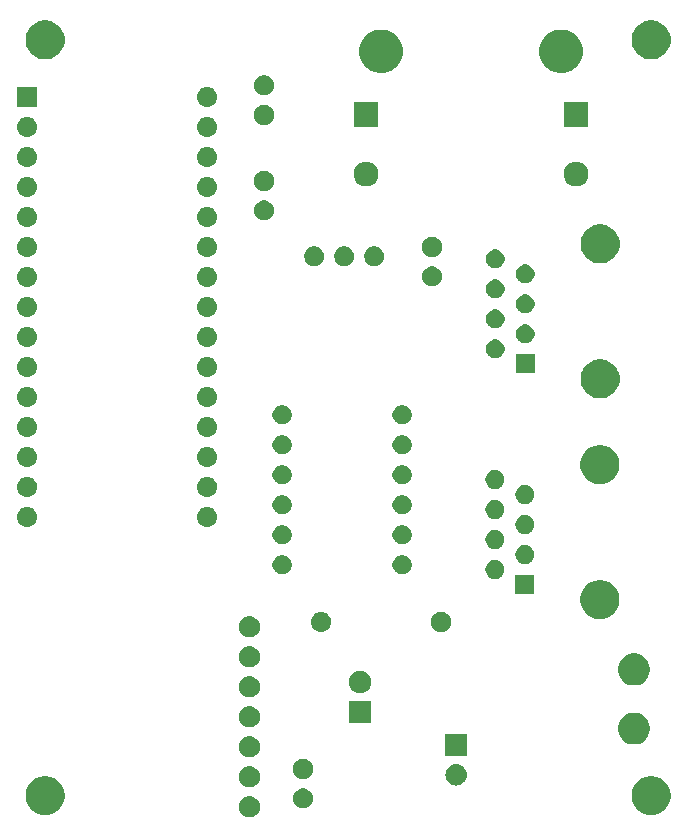
<source format=gbr>
G04 #@! TF.GenerationSoftware,KiCad,Pcbnew,(5.1.2)-2*
G04 #@! TF.CreationDate,2020-02-16T14:31:34-06:00*
G04 #@! TF.ProjectId,TempMonitor8PCB,54656d70-4d6f-46e6-9974-6f7238504342,rev?*
G04 #@! TF.SameCoordinates,Original*
G04 #@! TF.FileFunction,Soldermask,Bot*
G04 #@! TF.FilePolarity,Negative*
%FSLAX46Y46*%
G04 Gerber Fmt 4.6, Leading zero omitted, Abs format (unit mm)*
G04 Created by KiCad (PCBNEW (5.1.2)-2) date 2020-02-16 14:31:34*
%MOMM*%
%LPD*%
G04 APERTURE LIST*
%ADD10C,0.100000*%
G04 APERTURE END LIST*
D10*
G36*
X135779512Y-113057927D02*
G01*
X135928812Y-113087624D01*
X136092784Y-113155544D01*
X136240354Y-113254147D01*
X136365853Y-113379646D01*
X136464456Y-113527216D01*
X136532376Y-113691188D01*
X136567000Y-113865259D01*
X136567000Y-114042741D01*
X136532376Y-114216812D01*
X136464456Y-114380784D01*
X136365853Y-114528354D01*
X136240354Y-114653853D01*
X136092784Y-114752456D01*
X135928812Y-114820376D01*
X135779512Y-114850073D01*
X135754742Y-114855000D01*
X135577258Y-114855000D01*
X135552488Y-114850073D01*
X135403188Y-114820376D01*
X135239216Y-114752456D01*
X135091646Y-114653853D01*
X134966147Y-114528354D01*
X134867544Y-114380784D01*
X134799624Y-114216812D01*
X134765000Y-114042741D01*
X134765000Y-113865259D01*
X134799624Y-113691188D01*
X134867544Y-113527216D01*
X134966147Y-113379646D01*
X135091646Y-113254147D01*
X135239216Y-113155544D01*
X135403188Y-113087624D01*
X135552488Y-113057927D01*
X135577258Y-113053000D01*
X135754742Y-113053000D01*
X135779512Y-113057927D01*
X135779512Y-113057927D01*
G37*
G36*
X170047256Y-111391298D02*
G01*
X170153579Y-111412447D01*
X170454042Y-111536903D01*
X170724451Y-111717585D01*
X170954415Y-111947549D01*
X171135097Y-112217958D01*
X171259553Y-112518421D01*
X171280702Y-112624744D01*
X171295974Y-112701519D01*
X171323000Y-112837391D01*
X171323000Y-113162609D01*
X171259553Y-113481579D01*
X171135097Y-113782042D01*
X170954415Y-114052451D01*
X170724451Y-114282415D01*
X170454042Y-114463097D01*
X170153579Y-114587553D01*
X170047256Y-114608702D01*
X169834611Y-114651000D01*
X169509389Y-114651000D01*
X169296744Y-114608702D01*
X169190421Y-114587553D01*
X168889958Y-114463097D01*
X168619549Y-114282415D01*
X168389585Y-114052451D01*
X168208903Y-113782042D01*
X168084447Y-113481579D01*
X168021000Y-113162609D01*
X168021000Y-112837391D01*
X168048027Y-112701519D01*
X168063298Y-112624744D01*
X168084447Y-112518421D01*
X168208903Y-112217958D01*
X168389585Y-111947549D01*
X168619549Y-111717585D01*
X168889958Y-111536903D01*
X169190421Y-111412447D01*
X169296744Y-111391298D01*
X169509389Y-111349000D01*
X169834611Y-111349000D01*
X170047256Y-111391298D01*
X170047256Y-111391298D01*
G37*
G36*
X118739256Y-111391298D02*
G01*
X118845579Y-111412447D01*
X119146042Y-111536903D01*
X119416451Y-111717585D01*
X119646415Y-111947549D01*
X119827097Y-112217958D01*
X119951553Y-112518421D01*
X119972702Y-112624744D01*
X119987974Y-112701519D01*
X120015000Y-112837391D01*
X120015000Y-113162609D01*
X119951553Y-113481579D01*
X119827097Y-113782042D01*
X119646415Y-114052451D01*
X119416451Y-114282415D01*
X119146042Y-114463097D01*
X118845579Y-114587553D01*
X118739256Y-114608702D01*
X118526611Y-114651000D01*
X118201389Y-114651000D01*
X117988744Y-114608702D01*
X117882421Y-114587553D01*
X117581958Y-114463097D01*
X117311549Y-114282415D01*
X117081585Y-114052451D01*
X116900903Y-113782042D01*
X116776447Y-113481579D01*
X116713000Y-113162609D01*
X116713000Y-112837391D01*
X116740027Y-112701519D01*
X116755298Y-112624744D01*
X116776447Y-112518421D01*
X116900903Y-112217958D01*
X117081585Y-111947549D01*
X117311549Y-111717585D01*
X117581958Y-111536903D01*
X117882421Y-111412447D01*
X117988744Y-111391298D01*
X118201389Y-111349000D01*
X118526611Y-111349000D01*
X118739256Y-111391298D01*
X118739256Y-111391298D01*
G37*
G36*
X140456228Y-112425703D02*
G01*
X140611100Y-112489853D01*
X140750481Y-112582985D01*
X140869015Y-112701519D01*
X140962147Y-112840900D01*
X141026297Y-112995772D01*
X141059000Y-113160184D01*
X141059000Y-113327816D01*
X141026297Y-113492228D01*
X140962147Y-113647100D01*
X140869015Y-113786481D01*
X140750481Y-113905015D01*
X140611100Y-113998147D01*
X140456228Y-114062297D01*
X140291816Y-114095000D01*
X140124184Y-114095000D01*
X139959772Y-114062297D01*
X139804900Y-113998147D01*
X139665519Y-113905015D01*
X139546985Y-113786481D01*
X139453853Y-113647100D01*
X139389703Y-113492228D01*
X139357000Y-113327816D01*
X139357000Y-113160184D01*
X139389703Y-112995772D01*
X139453853Y-112840900D01*
X139546985Y-112701519D01*
X139665519Y-112582985D01*
X139804900Y-112489853D01*
X139959772Y-112425703D01*
X140124184Y-112393000D01*
X140291816Y-112393000D01*
X140456228Y-112425703D01*
X140456228Y-112425703D01*
G37*
G36*
X135779512Y-110517927D02*
G01*
X135928812Y-110547624D01*
X136092784Y-110615544D01*
X136240354Y-110714147D01*
X136365853Y-110839646D01*
X136464456Y-110987216D01*
X136532376Y-111151188D01*
X136567000Y-111325259D01*
X136567000Y-111502741D01*
X136532376Y-111676812D01*
X136464456Y-111840784D01*
X136365853Y-111988354D01*
X136240354Y-112113853D01*
X136092784Y-112212456D01*
X135928812Y-112280376D01*
X135779512Y-112310073D01*
X135754742Y-112315000D01*
X135577258Y-112315000D01*
X135552488Y-112310073D01*
X135403188Y-112280376D01*
X135239216Y-112212456D01*
X135091646Y-112113853D01*
X134966147Y-111988354D01*
X134867544Y-111840784D01*
X134799624Y-111676812D01*
X134765000Y-111502741D01*
X134765000Y-111325259D01*
X134799624Y-111151188D01*
X134867544Y-110987216D01*
X134966147Y-110839646D01*
X135091646Y-110714147D01*
X135239216Y-110615544D01*
X135403188Y-110547624D01*
X135552488Y-110517927D01*
X135577258Y-110513000D01*
X135754742Y-110513000D01*
X135779512Y-110517927D01*
X135779512Y-110517927D01*
G37*
G36*
X153272443Y-110357519D02*
G01*
X153338627Y-110364037D01*
X153508466Y-110415557D01*
X153664991Y-110499222D01*
X153681779Y-110513000D01*
X153802186Y-110611814D01*
X153841882Y-110660185D01*
X153914778Y-110749009D01*
X153998443Y-110905534D01*
X154049963Y-111075373D01*
X154067359Y-111252000D01*
X154049963Y-111428627D01*
X153998443Y-111598466D01*
X153914778Y-111754991D01*
X153885448Y-111790729D01*
X153802186Y-111892186D01*
X153700729Y-111975448D01*
X153664991Y-112004778D01*
X153508466Y-112088443D01*
X153338627Y-112139963D01*
X153272443Y-112146481D01*
X153206260Y-112153000D01*
X153117740Y-112153000D01*
X153051557Y-112146481D01*
X152985373Y-112139963D01*
X152815534Y-112088443D01*
X152659009Y-112004778D01*
X152623271Y-111975448D01*
X152521814Y-111892186D01*
X152438552Y-111790729D01*
X152409222Y-111754991D01*
X152325557Y-111598466D01*
X152274037Y-111428627D01*
X152256641Y-111252000D01*
X152274037Y-111075373D01*
X152325557Y-110905534D01*
X152409222Y-110749009D01*
X152482118Y-110660185D01*
X152521814Y-110611814D01*
X152642221Y-110513000D01*
X152659009Y-110499222D01*
X152815534Y-110415557D01*
X152985373Y-110364037D01*
X153051557Y-110357519D01*
X153117740Y-110351000D01*
X153206260Y-110351000D01*
X153272443Y-110357519D01*
X153272443Y-110357519D01*
G37*
G36*
X140456228Y-109925703D02*
G01*
X140611100Y-109989853D01*
X140750481Y-110082985D01*
X140869015Y-110201519D01*
X140962147Y-110340900D01*
X141026297Y-110495772D01*
X141059000Y-110660184D01*
X141059000Y-110827816D01*
X141026297Y-110992228D01*
X140962147Y-111147100D01*
X140869015Y-111286481D01*
X140750481Y-111405015D01*
X140611100Y-111498147D01*
X140456228Y-111562297D01*
X140291816Y-111595000D01*
X140124184Y-111595000D01*
X139959772Y-111562297D01*
X139804900Y-111498147D01*
X139665519Y-111405015D01*
X139546985Y-111286481D01*
X139453853Y-111147100D01*
X139389703Y-110992228D01*
X139357000Y-110827816D01*
X139357000Y-110660184D01*
X139389703Y-110495772D01*
X139453853Y-110340900D01*
X139546985Y-110201519D01*
X139665519Y-110082985D01*
X139804900Y-109989853D01*
X139959772Y-109925703D01*
X140124184Y-109893000D01*
X140291816Y-109893000D01*
X140456228Y-109925703D01*
X140456228Y-109925703D01*
G37*
G36*
X135779512Y-107977927D02*
G01*
X135928812Y-108007624D01*
X136092784Y-108075544D01*
X136240354Y-108174147D01*
X136365853Y-108299646D01*
X136464456Y-108447216D01*
X136532376Y-108611188D01*
X136567000Y-108785259D01*
X136567000Y-108962741D01*
X136532376Y-109136812D01*
X136464456Y-109300784D01*
X136365853Y-109448354D01*
X136240354Y-109573853D01*
X136092784Y-109672456D01*
X135928812Y-109740376D01*
X135779512Y-109770073D01*
X135754742Y-109775000D01*
X135577258Y-109775000D01*
X135552488Y-109770073D01*
X135403188Y-109740376D01*
X135239216Y-109672456D01*
X135091646Y-109573853D01*
X134966147Y-109448354D01*
X134867544Y-109300784D01*
X134799624Y-109136812D01*
X134765000Y-108962741D01*
X134765000Y-108785259D01*
X134799624Y-108611188D01*
X134867544Y-108447216D01*
X134966147Y-108299646D01*
X135091646Y-108174147D01*
X135239216Y-108075544D01*
X135403188Y-108007624D01*
X135552488Y-107977927D01*
X135577258Y-107973000D01*
X135754742Y-107973000D01*
X135779512Y-107977927D01*
X135779512Y-107977927D01*
G37*
G36*
X154063000Y-109613000D02*
G01*
X152261000Y-109613000D01*
X152261000Y-107811000D01*
X154063000Y-107811000D01*
X154063000Y-109613000D01*
X154063000Y-109613000D01*
G37*
G36*
X168622072Y-106022918D02*
G01*
X168867939Y-106124759D01*
X168979328Y-106199187D01*
X169089211Y-106272609D01*
X169277391Y-106460789D01*
X169425242Y-106682063D01*
X169527082Y-106927928D01*
X169579000Y-107188937D01*
X169579000Y-107455063D01*
X169527082Y-107716072D01*
X169425242Y-107961937D01*
X169283447Y-108174148D01*
X169277390Y-108183212D01*
X169089212Y-108371390D01*
X168867939Y-108519241D01*
X168867938Y-108519242D01*
X168867937Y-108519242D01*
X168622072Y-108621082D01*
X168361063Y-108673000D01*
X168094937Y-108673000D01*
X167833928Y-108621082D01*
X167588063Y-108519242D01*
X167588062Y-108519242D01*
X167588061Y-108519241D01*
X167366788Y-108371390D01*
X167178610Y-108183212D01*
X167172554Y-108174148D01*
X167030758Y-107961937D01*
X166928918Y-107716072D01*
X166877000Y-107455063D01*
X166877000Y-107188937D01*
X166928918Y-106927928D01*
X167030758Y-106682063D01*
X167178609Y-106460789D01*
X167366789Y-106272609D01*
X167476672Y-106199187D01*
X167588061Y-106124759D01*
X167833928Y-106022918D01*
X168094937Y-105971000D01*
X168361063Y-105971000D01*
X168622072Y-106022918D01*
X168622072Y-106022918D01*
G37*
G36*
X135779512Y-105437927D02*
G01*
X135928812Y-105467624D01*
X136092784Y-105535544D01*
X136240354Y-105634147D01*
X136365853Y-105759646D01*
X136464456Y-105907216D01*
X136532376Y-106071188D01*
X136567000Y-106245259D01*
X136567000Y-106422741D01*
X136532376Y-106596812D01*
X136464456Y-106760784D01*
X136365853Y-106908354D01*
X136240354Y-107033853D01*
X136092784Y-107132456D01*
X135928812Y-107200376D01*
X135779512Y-107230073D01*
X135754742Y-107235000D01*
X135577258Y-107235000D01*
X135552488Y-107230073D01*
X135403188Y-107200376D01*
X135239216Y-107132456D01*
X135091646Y-107033853D01*
X134966147Y-106908354D01*
X134867544Y-106760784D01*
X134799624Y-106596812D01*
X134765000Y-106422741D01*
X134765000Y-106245259D01*
X134799624Y-106071188D01*
X134867544Y-105907216D01*
X134966147Y-105759646D01*
X135091646Y-105634147D01*
X135239216Y-105535544D01*
X135403188Y-105467624D01*
X135552488Y-105437927D01*
X135577258Y-105433000D01*
X135754742Y-105433000D01*
X135779512Y-105437927D01*
X135779512Y-105437927D01*
G37*
G36*
X145985000Y-106869000D02*
G01*
X144083000Y-106869000D01*
X144083000Y-104967000D01*
X145985000Y-104967000D01*
X145985000Y-106869000D01*
X145985000Y-106869000D01*
G37*
G36*
X135779512Y-102897927D02*
G01*
X135928812Y-102927624D01*
X136092784Y-102995544D01*
X136240354Y-103094147D01*
X136365853Y-103219646D01*
X136464456Y-103367216D01*
X136532376Y-103531188D01*
X136567000Y-103705259D01*
X136567000Y-103882741D01*
X136532376Y-104056812D01*
X136464456Y-104220784D01*
X136365853Y-104368354D01*
X136240354Y-104493853D01*
X136092784Y-104592456D01*
X135928812Y-104660376D01*
X135779512Y-104690073D01*
X135754742Y-104695000D01*
X135577258Y-104695000D01*
X135552488Y-104690073D01*
X135403188Y-104660376D01*
X135239216Y-104592456D01*
X135091646Y-104493853D01*
X134966147Y-104368354D01*
X134867544Y-104220784D01*
X134799624Y-104056812D01*
X134765000Y-103882741D01*
X134765000Y-103705259D01*
X134799624Y-103531188D01*
X134867544Y-103367216D01*
X134966147Y-103219646D01*
X135091646Y-103094147D01*
X135239216Y-102995544D01*
X135403188Y-102927624D01*
X135552488Y-102897927D01*
X135577258Y-102893000D01*
X135754742Y-102893000D01*
X135779512Y-102897927D01*
X135779512Y-102897927D01*
G37*
G36*
X145311395Y-102463546D02*
G01*
X145484466Y-102535234D01*
X145484467Y-102535235D01*
X145640227Y-102639310D01*
X145772690Y-102771773D01*
X145772691Y-102771775D01*
X145876766Y-102927534D01*
X145948454Y-103100605D01*
X145985000Y-103284333D01*
X145985000Y-103471667D01*
X145948454Y-103655395D01*
X145876766Y-103828466D01*
X145840500Y-103882742D01*
X145772690Y-103984227D01*
X145640227Y-104116690D01*
X145561818Y-104169081D01*
X145484466Y-104220766D01*
X145311395Y-104292454D01*
X145127667Y-104329000D01*
X144940333Y-104329000D01*
X144756605Y-104292454D01*
X144583534Y-104220766D01*
X144506182Y-104169081D01*
X144427773Y-104116690D01*
X144295310Y-103984227D01*
X144227500Y-103882742D01*
X144191234Y-103828466D01*
X144119546Y-103655395D01*
X144083000Y-103471667D01*
X144083000Y-103284333D01*
X144119546Y-103100605D01*
X144191234Y-102927534D01*
X144295309Y-102771775D01*
X144295310Y-102771773D01*
X144427773Y-102639310D01*
X144583533Y-102535235D01*
X144583534Y-102535234D01*
X144756605Y-102463546D01*
X144940333Y-102427000D01*
X145127667Y-102427000D01*
X145311395Y-102463546D01*
X145311395Y-102463546D01*
G37*
G36*
X168622072Y-101022918D02*
G01*
X168867939Y-101124759D01*
X169089212Y-101272610D01*
X169277390Y-101460788D01*
X169424388Y-101680784D01*
X169425242Y-101682063D01*
X169527082Y-101927928D01*
X169579000Y-102188937D01*
X169579000Y-102455063D01*
X169527082Y-102716072D01*
X169439493Y-102927533D01*
X169425241Y-102961939D01*
X169277390Y-103183212D01*
X169089212Y-103371390D01*
X168867939Y-103519241D01*
X168867938Y-103519242D01*
X168867937Y-103519242D01*
X168622072Y-103621082D01*
X168361063Y-103673000D01*
X168094937Y-103673000D01*
X167833928Y-103621082D01*
X167588063Y-103519242D01*
X167588062Y-103519242D01*
X167588061Y-103519241D01*
X167366788Y-103371390D01*
X167178610Y-103183212D01*
X167030759Y-102961939D01*
X167016508Y-102927533D01*
X166928918Y-102716072D01*
X166877000Y-102455063D01*
X166877000Y-102188937D01*
X166928918Y-101927928D01*
X167030758Y-101682063D01*
X167031613Y-101680784D01*
X167178610Y-101460788D01*
X167366788Y-101272610D01*
X167588061Y-101124759D01*
X167833928Y-101022918D01*
X168094937Y-100971000D01*
X168361063Y-100971000D01*
X168622072Y-101022918D01*
X168622072Y-101022918D01*
G37*
G36*
X135779512Y-100357927D02*
G01*
X135928812Y-100387624D01*
X136092784Y-100455544D01*
X136240354Y-100554147D01*
X136365853Y-100679646D01*
X136464456Y-100827216D01*
X136532376Y-100991188D01*
X136567000Y-101165259D01*
X136567000Y-101342741D01*
X136532376Y-101516812D01*
X136464456Y-101680784D01*
X136365853Y-101828354D01*
X136240354Y-101953853D01*
X136092784Y-102052456D01*
X135928812Y-102120376D01*
X135779512Y-102150073D01*
X135754742Y-102155000D01*
X135577258Y-102155000D01*
X135552488Y-102150073D01*
X135403188Y-102120376D01*
X135239216Y-102052456D01*
X135091646Y-101953853D01*
X134966147Y-101828354D01*
X134867544Y-101680784D01*
X134799624Y-101516812D01*
X134765000Y-101342741D01*
X134765000Y-101165259D01*
X134799624Y-100991188D01*
X134867544Y-100827216D01*
X134966147Y-100679646D01*
X135091646Y-100554147D01*
X135239216Y-100455544D01*
X135403188Y-100387624D01*
X135552488Y-100357927D01*
X135577258Y-100353000D01*
X135754742Y-100353000D01*
X135779512Y-100357927D01*
X135779512Y-100357927D01*
G37*
G36*
X135779512Y-97817927D02*
G01*
X135928812Y-97847624D01*
X136092784Y-97915544D01*
X136240354Y-98014147D01*
X136365853Y-98139646D01*
X136464456Y-98287216D01*
X136532376Y-98451188D01*
X136567000Y-98625259D01*
X136567000Y-98802741D01*
X136532376Y-98976812D01*
X136464456Y-99140784D01*
X136365853Y-99288354D01*
X136240354Y-99413853D01*
X136092784Y-99512456D01*
X135928812Y-99580376D01*
X135779512Y-99610073D01*
X135754742Y-99615000D01*
X135577258Y-99615000D01*
X135552488Y-99610073D01*
X135403188Y-99580376D01*
X135239216Y-99512456D01*
X135091646Y-99413853D01*
X134966147Y-99288354D01*
X134867544Y-99140784D01*
X134799624Y-98976812D01*
X134765000Y-98802741D01*
X134765000Y-98625259D01*
X134799624Y-98451188D01*
X134867544Y-98287216D01*
X134966147Y-98139646D01*
X135091646Y-98014147D01*
X135239216Y-97915544D01*
X135403188Y-97847624D01*
X135552488Y-97817927D01*
X135577258Y-97813000D01*
X135754742Y-97813000D01*
X135779512Y-97817927D01*
X135779512Y-97817927D01*
G37*
G36*
X152140228Y-97479703D02*
G01*
X152295100Y-97543853D01*
X152434481Y-97636985D01*
X152553015Y-97755519D01*
X152646147Y-97894900D01*
X152710297Y-98049772D01*
X152743000Y-98214184D01*
X152743000Y-98381816D01*
X152710297Y-98546228D01*
X152646147Y-98701100D01*
X152553015Y-98840481D01*
X152434481Y-98959015D01*
X152295100Y-99052147D01*
X152140228Y-99116297D01*
X151975816Y-99149000D01*
X151808184Y-99149000D01*
X151643772Y-99116297D01*
X151488900Y-99052147D01*
X151349519Y-98959015D01*
X151230985Y-98840481D01*
X151137853Y-98701100D01*
X151073703Y-98546228D01*
X151041000Y-98381816D01*
X151041000Y-98214184D01*
X151073703Y-98049772D01*
X151137853Y-97894900D01*
X151230985Y-97755519D01*
X151349519Y-97636985D01*
X151488900Y-97543853D01*
X151643772Y-97479703D01*
X151808184Y-97447000D01*
X151975816Y-97447000D01*
X152140228Y-97479703D01*
X152140228Y-97479703D01*
G37*
G36*
X141898823Y-97459313D02*
G01*
X142059242Y-97507976D01*
X142126361Y-97543852D01*
X142207078Y-97586996D01*
X142336659Y-97693341D01*
X142443004Y-97822922D01*
X142443005Y-97822924D01*
X142522024Y-97970758D01*
X142522025Y-97970761D01*
X142531083Y-98000620D01*
X142570687Y-98131177D01*
X142587117Y-98298000D01*
X142570687Y-98464823D01*
X142522024Y-98625242D01*
X142481477Y-98701100D01*
X142443004Y-98773078D01*
X142336659Y-98902659D01*
X142207078Y-99009004D01*
X142207076Y-99009005D01*
X142059242Y-99088024D01*
X141898823Y-99136687D01*
X141773804Y-99149000D01*
X141690196Y-99149000D01*
X141565177Y-99136687D01*
X141404758Y-99088024D01*
X141256924Y-99009005D01*
X141256922Y-99009004D01*
X141127341Y-98902659D01*
X141020996Y-98773078D01*
X140982523Y-98701100D01*
X140941976Y-98625242D01*
X140893313Y-98464823D01*
X140876883Y-98298000D01*
X140893313Y-98131177D01*
X140932917Y-98000620D01*
X140941975Y-97970761D01*
X140941976Y-97970758D01*
X141020995Y-97822924D01*
X141020996Y-97822922D01*
X141127341Y-97693341D01*
X141256922Y-97586996D01*
X141337639Y-97543852D01*
X141404758Y-97507976D01*
X141565177Y-97459313D01*
X141690196Y-97447000D01*
X141773804Y-97447000D01*
X141898823Y-97459313D01*
X141898823Y-97459313D01*
G37*
G36*
X165714256Y-94796298D02*
G01*
X165820579Y-94817447D01*
X166121042Y-94941903D01*
X166391451Y-95122585D01*
X166621415Y-95352549D01*
X166802097Y-95622958D01*
X166926553Y-95923421D01*
X166990000Y-96242391D01*
X166990000Y-96567609D01*
X166926553Y-96886579D01*
X166802097Y-97187042D01*
X166621415Y-97457451D01*
X166391451Y-97687415D01*
X166121042Y-97868097D01*
X165820579Y-97992553D01*
X165714256Y-98013702D01*
X165501611Y-98056000D01*
X165176389Y-98056000D01*
X164963744Y-98013702D01*
X164857421Y-97992553D01*
X164556958Y-97868097D01*
X164286549Y-97687415D01*
X164056585Y-97457451D01*
X163875903Y-97187042D01*
X163751447Y-96886579D01*
X163688000Y-96567609D01*
X163688000Y-96242391D01*
X163751447Y-95923421D01*
X163875903Y-95622958D01*
X164056585Y-95352549D01*
X164286549Y-95122585D01*
X164556958Y-94941903D01*
X164857421Y-94817447D01*
X164963744Y-94796298D01*
X165176389Y-94754000D01*
X165501611Y-94754000D01*
X165714256Y-94796298D01*
X165714256Y-94796298D01*
G37*
G36*
X159790000Y-95936000D02*
G01*
X158188000Y-95936000D01*
X158188000Y-94334000D01*
X159790000Y-94334000D01*
X159790000Y-95936000D01*
X159790000Y-95936000D01*
G37*
G36*
X156682642Y-93094781D02*
G01*
X156828414Y-93155162D01*
X156828416Y-93155163D01*
X156959608Y-93242822D01*
X157071178Y-93354392D01*
X157096257Y-93391926D01*
X157158838Y-93485586D01*
X157219219Y-93631358D01*
X157250000Y-93786107D01*
X157250000Y-93943893D01*
X157219219Y-94098642D01*
X157158838Y-94244414D01*
X157158837Y-94244416D01*
X157071178Y-94375608D01*
X156959608Y-94487178D01*
X156828416Y-94574837D01*
X156828415Y-94574838D01*
X156828414Y-94574838D01*
X156682642Y-94635219D01*
X156527893Y-94666000D01*
X156370107Y-94666000D01*
X156215358Y-94635219D01*
X156069586Y-94574838D01*
X156069585Y-94574838D01*
X156069584Y-94574837D01*
X155938392Y-94487178D01*
X155826822Y-94375608D01*
X155739163Y-94244416D01*
X155739162Y-94244414D01*
X155678781Y-94098642D01*
X155648000Y-93943893D01*
X155648000Y-93786107D01*
X155678781Y-93631358D01*
X155739162Y-93485586D01*
X155801743Y-93391926D01*
X155826822Y-93354392D01*
X155938392Y-93242822D01*
X156069584Y-93155163D01*
X156069586Y-93155162D01*
X156215358Y-93094781D01*
X156370107Y-93064000D01*
X156527893Y-93064000D01*
X156682642Y-93094781D01*
X156682642Y-93094781D01*
G37*
G36*
X138667142Y-92690242D02*
G01*
X138815101Y-92751529D01*
X138948255Y-92840499D01*
X139061501Y-92953745D01*
X139150471Y-93086899D01*
X139211758Y-93234858D01*
X139243000Y-93391925D01*
X139243000Y-93552075D01*
X139211758Y-93709142D01*
X139150471Y-93857101D01*
X139061501Y-93990255D01*
X138948255Y-94103501D01*
X138815101Y-94192471D01*
X138667142Y-94253758D01*
X138510075Y-94285000D01*
X138349925Y-94285000D01*
X138192858Y-94253758D01*
X138044899Y-94192471D01*
X137911745Y-94103501D01*
X137798499Y-93990255D01*
X137709529Y-93857101D01*
X137648242Y-93709142D01*
X137617000Y-93552075D01*
X137617000Y-93391925D01*
X137648242Y-93234858D01*
X137709529Y-93086899D01*
X137798499Y-92953745D01*
X137911745Y-92840499D01*
X138044899Y-92751529D01*
X138192858Y-92690242D01*
X138349925Y-92659000D01*
X138510075Y-92659000D01*
X138667142Y-92690242D01*
X138667142Y-92690242D01*
G37*
G36*
X148827142Y-92690242D02*
G01*
X148975101Y-92751529D01*
X149108255Y-92840499D01*
X149221501Y-92953745D01*
X149310471Y-93086899D01*
X149371758Y-93234858D01*
X149403000Y-93391925D01*
X149403000Y-93552075D01*
X149371758Y-93709142D01*
X149310471Y-93857101D01*
X149221501Y-93990255D01*
X149108255Y-94103501D01*
X148975101Y-94192471D01*
X148827142Y-94253758D01*
X148670075Y-94285000D01*
X148509925Y-94285000D01*
X148352858Y-94253758D01*
X148204899Y-94192471D01*
X148071745Y-94103501D01*
X147958499Y-93990255D01*
X147869529Y-93857101D01*
X147808242Y-93709142D01*
X147777000Y-93552075D01*
X147777000Y-93391925D01*
X147808242Y-93234858D01*
X147869529Y-93086899D01*
X147958499Y-92953745D01*
X148071745Y-92840499D01*
X148204899Y-92751529D01*
X148352858Y-92690242D01*
X148509925Y-92659000D01*
X148670075Y-92659000D01*
X148827142Y-92690242D01*
X148827142Y-92690242D01*
G37*
G36*
X159222642Y-91824781D02*
G01*
X159368414Y-91885162D01*
X159368416Y-91885163D01*
X159499608Y-91972822D01*
X159611178Y-92084392D01*
X159618412Y-92095219D01*
X159698838Y-92215586D01*
X159759219Y-92361358D01*
X159790000Y-92516107D01*
X159790000Y-92673893D01*
X159759219Y-92828642D01*
X159707400Y-92953743D01*
X159698837Y-92974416D01*
X159611178Y-93105608D01*
X159499608Y-93217178D01*
X159368416Y-93304837D01*
X159368415Y-93304838D01*
X159368414Y-93304838D01*
X159222642Y-93365219D01*
X159067893Y-93396000D01*
X158910107Y-93396000D01*
X158755358Y-93365219D01*
X158609586Y-93304838D01*
X158609585Y-93304838D01*
X158609584Y-93304837D01*
X158478392Y-93217178D01*
X158366822Y-93105608D01*
X158279163Y-92974416D01*
X158270600Y-92953743D01*
X158218781Y-92828642D01*
X158188000Y-92673893D01*
X158188000Y-92516107D01*
X158218781Y-92361358D01*
X158279162Y-92215586D01*
X158359588Y-92095219D01*
X158366822Y-92084392D01*
X158478392Y-91972822D01*
X158609584Y-91885163D01*
X158609586Y-91885162D01*
X158755358Y-91824781D01*
X158910107Y-91794000D01*
X159067893Y-91794000D01*
X159222642Y-91824781D01*
X159222642Y-91824781D01*
G37*
G36*
X156682642Y-90554781D02*
G01*
X156828414Y-90615162D01*
X156828416Y-90615163D01*
X156959608Y-90702822D01*
X157071178Y-90814392D01*
X157096257Y-90851926D01*
X157158838Y-90945586D01*
X157219219Y-91091358D01*
X157250000Y-91246107D01*
X157250000Y-91403893D01*
X157219219Y-91558642D01*
X157158838Y-91704414D01*
X157158837Y-91704416D01*
X157071178Y-91835608D01*
X156959608Y-91947178D01*
X156828416Y-92034837D01*
X156828415Y-92034838D01*
X156828414Y-92034838D01*
X156682642Y-92095219D01*
X156527893Y-92126000D01*
X156370107Y-92126000D01*
X156215358Y-92095219D01*
X156069586Y-92034838D01*
X156069585Y-92034838D01*
X156069584Y-92034837D01*
X155938392Y-91947178D01*
X155826822Y-91835608D01*
X155739163Y-91704416D01*
X155739162Y-91704414D01*
X155678781Y-91558642D01*
X155648000Y-91403893D01*
X155648000Y-91246107D01*
X155678781Y-91091358D01*
X155739162Y-90945586D01*
X155801743Y-90851926D01*
X155826822Y-90814392D01*
X155938392Y-90702822D01*
X156069584Y-90615163D01*
X156069586Y-90615162D01*
X156215358Y-90554781D01*
X156370107Y-90524000D01*
X156527893Y-90524000D01*
X156682642Y-90554781D01*
X156682642Y-90554781D01*
G37*
G36*
X138667142Y-90150242D02*
G01*
X138815101Y-90211529D01*
X138948255Y-90300499D01*
X139061501Y-90413745D01*
X139150471Y-90546899D01*
X139211758Y-90694858D01*
X139243000Y-90851925D01*
X139243000Y-91012075D01*
X139211758Y-91169142D01*
X139150471Y-91317101D01*
X139061501Y-91450255D01*
X138948255Y-91563501D01*
X138815101Y-91652471D01*
X138667142Y-91713758D01*
X138510075Y-91745000D01*
X138349925Y-91745000D01*
X138192858Y-91713758D01*
X138044899Y-91652471D01*
X137911745Y-91563501D01*
X137798499Y-91450255D01*
X137709529Y-91317101D01*
X137648242Y-91169142D01*
X137617000Y-91012075D01*
X137617000Y-90851925D01*
X137648242Y-90694858D01*
X137709529Y-90546899D01*
X137798499Y-90413745D01*
X137911745Y-90300499D01*
X138044899Y-90211529D01*
X138192858Y-90150242D01*
X138349925Y-90119000D01*
X138510075Y-90119000D01*
X138667142Y-90150242D01*
X138667142Y-90150242D01*
G37*
G36*
X148827142Y-90150242D02*
G01*
X148975101Y-90211529D01*
X149108255Y-90300499D01*
X149221501Y-90413745D01*
X149310471Y-90546899D01*
X149371758Y-90694858D01*
X149403000Y-90851925D01*
X149403000Y-91012075D01*
X149371758Y-91169142D01*
X149310471Y-91317101D01*
X149221501Y-91450255D01*
X149108255Y-91563501D01*
X148975101Y-91652471D01*
X148827142Y-91713758D01*
X148670075Y-91745000D01*
X148509925Y-91745000D01*
X148352858Y-91713758D01*
X148204899Y-91652471D01*
X148071745Y-91563501D01*
X147958499Y-91450255D01*
X147869529Y-91317101D01*
X147808242Y-91169142D01*
X147777000Y-91012075D01*
X147777000Y-90851925D01*
X147808242Y-90694858D01*
X147869529Y-90546899D01*
X147958499Y-90413745D01*
X148071745Y-90300499D01*
X148204899Y-90211529D01*
X148352858Y-90150242D01*
X148509925Y-90119000D01*
X148670075Y-90119000D01*
X148827142Y-90150242D01*
X148827142Y-90150242D01*
G37*
G36*
X159222642Y-89284781D02*
G01*
X159368414Y-89345162D01*
X159368416Y-89345163D01*
X159499608Y-89432822D01*
X159611178Y-89544392D01*
X159638979Y-89586000D01*
X159698838Y-89675586D01*
X159759219Y-89821358D01*
X159790000Y-89976107D01*
X159790000Y-90133893D01*
X159759219Y-90288642D01*
X159707400Y-90413743D01*
X159698837Y-90434416D01*
X159611178Y-90565608D01*
X159499608Y-90677178D01*
X159368416Y-90764837D01*
X159368415Y-90764838D01*
X159368414Y-90764838D01*
X159222642Y-90825219D01*
X159067893Y-90856000D01*
X158910107Y-90856000D01*
X158755358Y-90825219D01*
X158609586Y-90764838D01*
X158609585Y-90764838D01*
X158609584Y-90764837D01*
X158478392Y-90677178D01*
X158366822Y-90565608D01*
X158279163Y-90434416D01*
X158270600Y-90413743D01*
X158218781Y-90288642D01*
X158188000Y-90133893D01*
X158188000Y-89976107D01*
X158218781Y-89821358D01*
X158279162Y-89675586D01*
X158339021Y-89586000D01*
X158366822Y-89544392D01*
X158478392Y-89432822D01*
X158609584Y-89345163D01*
X158609586Y-89345162D01*
X158755358Y-89284781D01*
X158910107Y-89254000D01*
X159067893Y-89254000D01*
X159222642Y-89284781D01*
X159222642Y-89284781D01*
G37*
G36*
X132246823Y-88569313D02*
G01*
X132407242Y-88617976D01*
X132539906Y-88688886D01*
X132555078Y-88696996D01*
X132684659Y-88803341D01*
X132791004Y-88932922D01*
X132791005Y-88932924D01*
X132870024Y-89080758D01*
X132918687Y-89241177D01*
X132935117Y-89408000D01*
X132918687Y-89574823D01*
X132870024Y-89735242D01*
X132823994Y-89821358D01*
X132791004Y-89883078D01*
X132684659Y-90012659D01*
X132555078Y-90119004D01*
X132555076Y-90119005D01*
X132407242Y-90198024D01*
X132246823Y-90246687D01*
X132121804Y-90259000D01*
X132038196Y-90259000D01*
X131913177Y-90246687D01*
X131752758Y-90198024D01*
X131604924Y-90119005D01*
X131604922Y-90119004D01*
X131475341Y-90012659D01*
X131368996Y-89883078D01*
X131336006Y-89821358D01*
X131289976Y-89735242D01*
X131241313Y-89574823D01*
X131224883Y-89408000D01*
X131241313Y-89241177D01*
X131289976Y-89080758D01*
X131368995Y-88932924D01*
X131368996Y-88932922D01*
X131475341Y-88803341D01*
X131604922Y-88696996D01*
X131620094Y-88688886D01*
X131752758Y-88617976D01*
X131913177Y-88569313D01*
X132038196Y-88557000D01*
X132121804Y-88557000D01*
X132246823Y-88569313D01*
X132246823Y-88569313D01*
G37*
G36*
X117006823Y-88569313D02*
G01*
X117167242Y-88617976D01*
X117299906Y-88688886D01*
X117315078Y-88696996D01*
X117444659Y-88803341D01*
X117551004Y-88932922D01*
X117551005Y-88932924D01*
X117630024Y-89080758D01*
X117678687Y-89241177D01*
X117695117Y-89408000D01*
X117678687Y-89574823D01*
X117630024Y-89735242D01*
X117583994Y-89821358D01*
X117551004Y-89883078D01*
X117444659Y-90012659D01*
X117315078Y-90119004D01*
X117315076Y-90119005D01*
X117167242Y-90198024D01*
X117006823Y-90246687D01*
X116881804Y-90259000D01*
X116798196Y-90259000D01*
X116673177Y-90246687D01*
X116512758Y-90198024D01*
X116364924Y-90119005D01*
X116364922Y-90119004D01*
X116235341Y-90012659D01*
X116128996Y-89883078D01*
X116096006Y-89821358D01*
X116049976Y-89735242D01*
X116001313Y-89574823D01*
X115984883Y-89408000D01*
X116001313Y-89241177D01*
X116049976Y-89080758D01*
X116128995Y-88932924D01*
X116128996Y-88932922D01*
X116235341Y-88803341D01*
X116364922Y-88696996D01*
X116380094Y-88688886D01*
X116512758Y-88617976D01*
X116673177Y-88569313D01*
X116798196Y-88557000D01*
X116881804Y-88557000D01*
X117006823Y-88569313D01*
X117006823Y-88569313D01*
G37*
G36*
X156682642Y-88014781D02*
G01*
X156828414Y-88075162D01*
X156828416Y-88075163D01*
X156959608Y-88162822D01*
X157071178Y-88274392D01*
X157096257Y-88311926D01*
X157158838Y-88405586D01*
X157219219Y-88551358D01*
X157250000Y-88706107D01*
X157250000Y-88863893D01*
X157219219Y-89018642D01*
X157158838Y-89164414D01*
X157158837Y-89164416D01*
X157071178Y-89295608D01*
X156959608Y-89407178D01*
X156828416Y-89494837D01*
X156828415Y-89494838D01*
X156828414Y-89494838D01*
X156682642Y-89555219D01*
X156527893Y-89586000D01*
X156370107Y-89586000D01*
X156215358Y-89555219D01*
X156069586Y-89494838D01*
X156069585Y-89494838D01*
X156069584Y-89494837D01*
X155938392Y-89407178D01*
X155826822Y-89295608D01*
X155739163Y-89164416D01*
X155739162Y-89164414D01*
X155678781Y-89018642D01*
X155648000Y-88863893D01*
X155648000Y-88706107D01*
X155678781Y-88551358D01*
X155739162Y-88405586D01*
X155801743Y-88311926D01*
X155826822Y-88274392D01*
X155938392Y-88162822D01*
X156069584Y-88075163D01*
X156069586Y-88075162D01*
X156215358Y-88014781D01*
X156370107Y-87984000D01*
X156527893Y-87984000D01*
X156682642Y-88014781D01*
X156682642Y-88014781D01*
G37*
G36*
X138667142Y-87610242D02*
G01*
X138815101Y-87671529D01*
X138948255Y-87760499D01*
X139061501Y-87873745D01*
X139150471Y-88006899D01*
X139211758Y-88154858D01*
X139243000Y-88311925D01*
X139243000Y-88472075D01*
X139211758Y-88629142D01*
X139150471Y-88777101D01*
X139061501Y-88910255D01*
X138948255Y-89023501D01*
X138815101Y-89112471D01*
X138667142Y-89173758D01*
X138510075Y-89205000D01*
X138349925Y-89205000D01*
X138192858Y-89173758D01*
X138044899Y-89112471D01*
X137911745Y-89023501D01*
X137798499Y-88910255D01*
X137709529Y-88777101D01*
X137648242Y-88629142D01*
X137617000Y-88472075D01*
X137617000Y-88311925D01*
X137648242Y-88154858D01*
X137709529Y-88006899D01*
X137798499Y-87873745D01*
X137911745Y-87760499D01*
X138044899Y-87671529D01*
X138192858Y-87610242D01*
X138349925Y-87579000D01*
X138510075Y-87579000D01*
X138667142Y-87610242D01*
X138667142Y-87610242D01*
G37*
G36*
X148827142Y-87610242D02*
G01*
X148975101Y-87671529D01*
X149108255Y-87760499D01*
X149221501Y-87873745D01*
X149310471Y-88006899D01*
X149371758Y-88154858D01*
X149403000Y-88311925D01*
X149403000Y-88472075D01*
X149371758Y-88629142D01*
X149310471Y-88777101D01*
X149221501Y-88910255D01*
X149108255Y-89023501D01*
X148975101Y-89112471D01*
X148827142Y-89173758D01*
X148670075Y-89205000D01*
X148509925Y-89205000D01*
X148352858Y-89173758D01*
X148204899Y-89112471D01*
X148071745Y-89023501D01*
X147958499Y-88910255D01*
X147869529Y-88777101D01*
X147808242Y-88629142D01*
X147777000Y-88472075D01*
X147777000Y-88311925D01*
X147808242Y-88154858D01*
X147869529Y-88006899D01*
X147958499Y-87873745D01*
X148071745Y-87760499D01*
X148204899Y-87671529D01*
X148352858Y-87610242D01*
X148509925Y-87579000D01*
X148670075Y-87579000D01*
X148827142Y-87610242D01*
X148827142Y-87610242D01*
G37*
G36*
X159222642Y-86744781D02*
G01*
X159368414Y-86805162D01*
X159368416Y-86805163D01*
X159499608Y-86892822D01*
X159611178Y-87004392D01*
X159638979Y-87046000D01*
X159698838Y-87135586D01*
X159759219Y-87281358D01*
X159790000Y-87436107D01*
X159790000Y-87593893D01*
X159759219Y-87748642D01*
X159707400Y-87873743D01*
X159698837Y-87894416D01*
X159611178Y-88025608D01*
X159499608Y-88137178D01*
X159368416Y-88224837D01*
X159368415Y-88224838D01*
X159368414Y-88224838D01*
X159222642Y-88285219D01*
X159067893Y-88316000D01*
X158910107Y-88316000D01*
X158755358Y-88285219D01*
X158609586Y-88224838D01*
X158609585Y-88224838D01*
X158609584Y-88224837D01*
X158478392Y-88137178D01*
X158366822Y-88025608D01*
X158279163Y-87894416D01*
X158270600Y-87873743D01*
X158218781Y-87748642D01*
X158188000Y-87593893D01*
X158188000Y-87436107D01*
X158218781Y-87281358D01*
X158279162Y-87135586D01*
X158339021Y-87046000D01*
X158366822Y-87004392D01*
X158478392Y-86892822D01*
X158609584Y-86805163D01*
X158609586Y-86805162D01*
X158755358Y-86744781D01*
X158910107Y-86714000D01*
X159067893Y-86714000D01*
X159222642Y-86744781D01*
X159222642Y-86744781D01*
G37*
G36*
X132246823Y-86029313D02*
G01*
X132407242Y-86077976D01*
X132539906Y-86148886D01*
X132555078Y-86156996D01*
X132684659Y-86263341D01*
X132791004Y-86392922D01*
X132791005Y-86392924D01*
X132870024Y-86540758D01*
X132870025Y-86540761D01*
X132879083Y-86570620D01*
X132918687Y-86701177D01*
X132935117Y-86868000D01*
X132918687Y-87034823D01*
X132870024Y-87195242D01*
X132823994Y-87281358D01*
X132791004Y-87343078D01*
X132684659Y-87472659D01*
X132555078Y-87579004D01*
X132555076Y-87579005D01*
X132407242Y-87658024D01*
X132246823Y-87706687D01*
X132121804Y-87719000D01*
X132038196Y-87719000D01*
X131913177Y-87706687D01*
X131752758Y-87658024D01*
X131604924Y-87579005D01*
X131604922Y-87579004D01*
X131475341Y-87472659D01*
X131368996Y-87343078D01*
X131336006Y-87281358D01*
X131289976Y-87195242D01*
X131241313Y-87034823D01*
X131224883Y-86868000D01*
X131241313Y-86701177D01*
X131280917Y-86570620D01*
X131289975Y-86540761D01*
X131289976Y-86540758D01*
X131368995Y-86392924D01*
X131368996Y-86392922D01*
X131475341Y-86263341D01*
X131604922Y-86156996D01*
X131620094Y-86148886D01*
X131752758Y-86077976D01*
X131913177Y-86029313D01*
X132038196Y-86017000D01*
X132121804Y-86017000D01*
X132246823Y-86029313D01*
X132246823Y-86029313D01*
G37*
G36*
X117006823Y-86029313D02*
G01*
X117167242Y-86077976D01*
X117299906Y-86148886D01*
X117315078Y-86156996D01*
X117444659Y-86263341D01*
X117551004Y-86392922D01*
X117551005Y-86392924D01*
X117630024Y-86540758D01*
X117630025Y-86540761D01*
X117639083Y-86570620D01*
X117678687Y-86701177D01*
X117695117Y-86868000D01*
X117678687Y-87034823D01*
X117630024Y-87195242D01*
X117583994Y-87281358D01*
X117551004Y-87343078D01*
X117444659Y-87472659D01*
X117315078Y-87579004D01*
X117315076Y-87579005D01*
X117167242Y-87658024D01*
X117006823Y-87706687D01*
X116881804Y-87719000D01*
X116798196Y-87719000D01*
X116673177Y-87706687D01*
X116512758Y-87658024D01*
X116364924Y-87579005D01*
X116364922Y-87579004D01*
X116235341Y-87472659D01*
X116128996Y-87343078D01*
X116096006Y-87281358D01*
X116049976Y-87195242D01*
X116001313Y-87034823D01*
X115984883Y-86868000D01*
X116001313Y-86701177D01*
X116040917Y-86570620D01*
X116049975Y-86540761D01*
X116049976Y-86540758D01*
X116128995Y-86392924D01*
X116128996Y-86392922D01*
X116235341Y-86263341D01*
X116364922Y-86156996D01*
X116380094Y-86148886D01*
X116512758Y-86077976D01*
X116673177Y-86029313D01*
X116798196Y-86017000D01*
X116881804Y-86017000D01*
X117006823Y-86029313D01*
X117006823Y-86029313D01*
G37*
G36*
X156682642Y-85474781D02*
G01*
X156828414Y-85535162D01*
X156828416Y-85535163D01*
X156959608Y-85622822D01*
X157071178Y-85734392D01*
X157096257Y-85771926D01*
X157158838Y-85865586D01*
X157219219Y-86011358D01*
X157250000Y-86166107D01*
X157250000Y-86323893D01*
X157219219Y-86478642D01*
X157158838Y-86624414D01*
X157158837Y-86624416D01*
X157071178Y-86755608D01*
X156959608Y-86867178D01*
X156828416Y-86954837D01*
X156828415Y-86954838D01*
X156828414Y-86954838D01*
X156682642Y-87015219D01*
X156527893Y-87046000D01*
X156370107Y-87046000D01*
X156215358Y-87015219D01*
X156069586Y-86954838D01*
X156069585Y-86954838D01*
X156069584Y-86954837D01*
X155938392Y-86867178D01*
X155826822Y-86755608D01*
X155739163Y-86624416D01*
X155739162Y-86624414D01*
X155678781Y-86478642D01*
X155648000Y-86323893D01*
X155648000Y-86166107D01*
X155678781Y-86011358D01*
X155739162Y-85865586D01*
X155801743Y-85771926D01*
X155826822Y-85734392D01*
X155938392Y-85622822D01*
X156069584Y-85535163D01*
X156069586Y-85535162D01*
X156215358Y-85474781D01*
X156370107Y-85444000D01*
X156527893Y-85444000D01*
X156682642Y-85474781D01*
X156682642Y-85474781D01*
G37*
G36*
X148827142Y-85070242D02*
G01*
X148975101Y-85131529D01*
X149108255Y-85220499D01*
X149221501Y-85333745D01*
X149310471Y-85466899D01*
X149371758Y-85614858D01*
X149403000Y-85771925D01*
X149403000Y-85932075D01*
X149371758Y-86089142D01*
X149310471Y-86237101D01*
X149221501Y-86370255D01*
X149108255Y-86483501D01*
X148975101Y-86572471D01*
X148827142Y-86633758D01*
X148670075Y-86665000D01*
X148509925Y-86665000D01*
X148352858Y-86633758D01*
X148204899Y-86572471D01*
X148071745Y-86483501D01*
X147958499Y-86370255D01*
X147869529Y-86237101D01*
X147808242Y-86089142D01*
X147777000Y-85932075D01*
X147777000Y-85771925D01*
X147808242Y-85614858D01*
X147869529Y-85466899D01*
X147958499Y-85333745D01*
X148071745Y-85220499D01*
X148204899Y-85131529D01*
X148352858Y-85070242D01*
X148509925Y-85039000D01*
X148670075Y-85039000D01*
X148827142Y-85070242D01*
X148827142Y-85070242D01*
G37*
G36*
X138667142Y-85070242D02*
G01*
X138815101Y-85131529D01*
X138948255Y-85220499D01*
X139061501Y-85333745D01*
X139150471Y-85466899D01*
X139211758Y-85614858D01*
X139243000Y-85771925D01*
X139243000Y-85932075D01*
X139211758Y-86089142D01*
X139150471Y-86237101D01*
X139061501Y-86370255D01*
X138948255Y-86483501D01*
X138815101Y-86572471D01*
X138667142Y-86633758D01*
X138510075Y-86665000D01*
X138349925Y-86665000D01*
X138192858Y-86633758D01*
X138044899Y-86572471D01*
X137911745Y-86483501D01*
X137798499Y-86370255D01*
X137709529Y-86237101D01*
X137648242Y-86089142D01*
X137617000Y-85932075D01*
X137617000Y-85771925D01*
X137648242Y-85614858D01*
X137709529Y-85466899D01*
X137798499Y-85333745D01*
X137911745Y-85220499D01*
X138044899Y-85131529D01*
X138192858Y-85070242D01*
X138349925Y-85039000D01*
X138510075Y-85039000D01*
X138667142Y-85070242D01*
X138667142Y-85070242D01*
G37*
G36*
X165714256Y-83366298D02*
G01*
X165820579Y-83387447D01*
X166033037Y-83475450D01*
X166066508Y-83489314D01*
X166121042Y-83511903D01*
X166391451Y-83692585D01*
X166621415Y-83922549D01*
X166802097Y-84192958D01*
X166802098Y-84192960D01*
X166926553Y-84493422D01*
X166990000Y-84812389D01*
X166990000Y-85137611D01*
X166984216Y-85166687D01*
X166926553Y-85456579D01*
X166802097Y-85757042D01*
X166621415Y-86027451D01*
X166391451Y-86257415D01*
X166121042Y-86438097D01*
X165820579Y-86562553D01*
X165714256Y-86583702D01*
X165501611Y-86626000D01*
X165176389Y-86626000D01*
X164963744Y-86583702D01*
X164857421Y-86562553D01*
X164556958Y-86438097D01*
X164286549Y-86257415D01*
X164056585Y-86027451D01*
X163875903Y-85757042D01*
X163751447Y-85456579D01*
X163693784Y-85166687D01*
X163688000Y-85137611D01*
X163688000Y-84812389D01*
X163751447Y-84493422D01*
X163875902Y-84192960D01*
X163875903Y-84192958D01*
X164056585Y-83922549D01*
X164286549Y-83692585D01*
X164556958Y-83511903D01*
X164611493Y-83489314D01*
X164644963Y-83475450D01*
X164857421Y-83387447D01*
X164963744Y-83366298D01*
X165176389Y-83324000D01*
X165501611Y-83324000D01*
X165714256Y-83366298D01*
X165714256Y-83366298D01*
G37*
G36*
X117006823Y-83489313D02*
G01*
X117167242Y-83537976D01*
X117299906Y-83608886D01*
X117315078Y-83616996D01*
X117444659Y-83723341D01*
X117551004Y-83852922D01*
X117551005Y-83852924D01*
X117630024Y-84000758D01*
X117678687Y-84161177D01*
X117695117Y-84328000D01*
X117678687Y-84494823D01*
X117630024Y-84655242D01*
X117559114Y-84787906D01*
X117551004Y-84803078D01*
X117444659Y-84932659D01*
X117315078Y-85039004D01*
X117315076Y-85039005D01*
X117167242Y-85118024D01*
X117006823Y-85166687D01*
X116881804Y-85179000D01*
X116798196Y-85179000D01*
X116673177Y-85166687D01*
X116512758Y-85118024D01*
X116364924Y-85039005D01*
X116364922Y-85039004D01*
X116235341Y-84932659D01*
X116128996Y-84803078D01*
X116120886Y-84787906D01*
X116049976Y-84655242D01*
X116001313Y-84494823D01*
X115984883Y-84328000D01*
X116001313Y-84161177D01*
X116049976Y-84000758D01*
X116128995Y-83852924D01*
X116128996Y-83852922D01*
X116235341Y-83723341D01*
X116364922Y-83616996D01*
X116380094Y-83608886D01*
X116512758Y-83537976D01*
X116673177Y-83489313D01*
X116798196Y-83477000D01*
X116881804Y-83477000D01*
X117006823Y-83489313D01*
X117006823Y-83489313D01*
G37*
G36*
X132246823Y-83489313D02*
G01*
X132407242Y-83537976D01*
X132539906Y-83608886D01*
X132555078Y-83616996D01*
X132684659Y-83723341D01*
X132791004Y-83852922D01*
X132791005Y-83852924D01*
X132870024Y-84000758D01*
X132918687Y-84161177D01*
X132935117Y-84328000D01*
X132918687Y-84494823D01*
X132870024Y-84655242D01*
X132799114Y-84787906D01*
X132791004Y-84803078D01*
X132684659Y-84932659D01*
X132555078Y-85039004D01*
X132555076Y-85039005D01*
X132407242Y-85118024D01*
X132246823Y-85166687D01*
X132121804Y-85179000D01*
X132038196Y-85179000D01*
X131913177Y-85166687D01*
X131752758Y-85118024D01*
X131604924Y-85039005D01*
X131604922Y-85039004D01*
X131475341Y-84932659D01*
X131368996Y-84803078D01*
X131360886Y-84787906D01*
X131289976Y-84655242D01*
X131241313Y-84494823D01*
X131224883Y-84328000D01*
X131241313Y-84161177D01*
X131289976Y-84000758D01*
X131368995Y-83852924D01*
X131368996Y-83852922D01*
X131475341Y-83723341D01*
X131604922Y-83616996D01*
X131620094Y-83608886D01*
X131752758Y-83537976D01*
X131913177Y-83489313D01*
X132038196Y-83477000D01*
X132121804Y-83477000D01*
X132246823Y-83489313D01*
X132246823Y-83489313D01*
G37*
G36*
X148827142Y-82530242D02*
G01*
X148975101Y-82591529D01*
X149108255Y-82680499D01*
X149221501Y-82793745D01*
X149310471Y-82926899D01*
X149371758Y-83074858D01*
X149403000Y-83231925D01*
X149403000Y-83392075D01*
X149371758Y-83549142D01*
X149310471Y-83697101D01*
X149221501Y-83830255D01*
X149108255Y-83943501D01*
X148975101Y-84032471D01*
X148827142Y-84093758D01*
X148670075Y-84125000D01*
X148509925Y-84125000D01*
X148352858Y-84093758D01*
X148204899Y-84032471D01*
X148071745Y-83943501D01*
X147958499Y-83830255D01*
X147869529Y-83697101D01*
X147808242Y-83549142D01*
X147777000Y-83392075D01*
X147777000Y-83231925D01*
X147808242Y-83074858D01*
X147869529Y-82926899D01*
X147958499Y-82793745D01*
X148071745Y-82680499D01*
X148204899Y-82591529D01*
X148352858Y-82530242D01*
X148509925Y-82499000D01*
X148670075Y-82499000D01*
X148827142Y-82530242D01*
X148827142Y-82530242D01*
G37*
G36*
X138667142Y-82530242D02*
G01*
X138815101Y-82591529D01*
X138948255Y-82680499D01*
X139061501Y-82793745D01*
X139150471Y-82926899D01*
X139211758Y-83074858D01*
X139243000Y-83231925D01*
X139243000Y-83392075D01*
X139211758Y-83549142D01*
X139150471Y-83697101D01*
X139061501Y-83830255D01*
X138948255Y-83943501D01*
X138815101Y-84032471D01*
X138667142Y-84093758D01*
X138510075Y-84125000D01*
X138349925Y-84125000D01*
X138192858Y-84093758D01*
X138044899Y-84032471D01*
X137911745Y-83943501D01*
X137798499Y-83830255D01*
X137709529Y-83697101D01*
X137648242Y-83549142D01*
X137617000Y-83392075D01*
X137617000Y-83231925D01*
X137648242Y-83074858D01*
X137709529Y-82926899D01*
X137798499Y-82793745D01*
X137911745Y-82680499D01*
X138044899Y-82591529D01*
X138192858Y-82530242D01*
X138349925Y-82499000D01*
X138510075Y-82499000D01*
X138667142Y-82530242D01*
X138667142Y-82530242D01*
G37*
G36*
X117006823Y-80949313D02*
G01*
X117167242Y-80997976D01*
X117299906Y-81068886D01*
X117315078Y-81076996D01*
X117444659Y-81183341D01*
X117551004Y-81312922D01*
X117551005Y-81312924D01*
X117630024Y-81460758D01*
X117678687Y-81621177D01*
X117695117Y-81788000D01*
X117678687Y-81954823D01*
X117630024Y-82115242D01*
X117559114Y-82247906D01*
X117551004Y-82263078D01*
X117444659Y-82392659D01*
X117315078Y-82499004D01*
X117315076Y-82499005D01*
X117167242Y-82578024D01*
X117006823Y-82626687D01*
X116881804Y-82639000D01*
X116798196Y-82639000D01*
X116673177Y-82626687D01*
X116512758Y-82578024D01*
X116364924Y-82499005D01*
X116364922Y-82499004D01*
X116235341Y-82392659D01*
X116128996Y-82263078D01*
X116120886Y-82247906D01*
X116049976Y-82115242D01*
X116001313Y-81954823D01*
X115984883Y-81788000D01*
X116001313Y-81621177D01*
X116049976Y-81460758D01*
X116128995Y-81312924D01*
X116128996Y-81312922D01*
X116235341Y-81183341D01*
X116364922Y-81076996D01*
X116380094Y-81068886D01*
X116512758Y-80997976D01*
X116673177Y-80949313D01*
X116798196Y-80937000D01*
X116881804Y-80937000D01*
X117006823Y-80949313D01*
X117006823Y-80949313D01*
G37*
G36*
X132246823Y-80949313D02*
G01*
X132407242Y-80997976D01*
X132539906Y-81068886D01*
X132555078Y-81076996D01*
X132684659Y-81183341D01*
X132791004Y-81312922D01*
X132791005Y-81312924D01*
X132870024Y-81460758D01*
X132918687Y-81621177D01*
X132935117Y-81788000D01*
X132918687Y-81954823D01*
X132870024Y-82115242D01*
X132799114Y-82247906D01*
X132791004Y-82263078D01*
X132684659Y-82392659D01*
X132555078Y-82499004D01*
X132555076Y-82499005D01*
X132407242Y-82578024D01*
X132246823Y-82626687D01*
X132121804Y-82639000D01*
X132038196Y-82639000D01*
X131913177Y-82626687D01*
X131752758Y-82578024D01*
X131604924Y-82499005D01*
X131604922Y-82499004D01*
X131475341Y-82392659D01*
X131368996Y-82263078D01*
X131360886Y-82247906D01*
X131289976Y-82115242D01*
X131241313Y-81954823D01*
X131224883Y-81788000D01*
X131241313Y-81621177D01*
X131289976Y-81460758D01*
X131368995Y-81312924D01*
X131368996Y-81312922D01*
X131475341Y-81183341D01*
X131604922Y-81076996D01*
X131620094Y-81068886D01*
X131752758Y-80997976D01*
X131913177Y-80949313D01*
X132038196Y-80937000D01*
X132121804Y-80937000D01*
X132246823Y-80949313D01*
X132246823Y-80949313D01*
G37*
G36*
X138667142Y-79990242D02*
G01*
X138815101Y-80051529D01*
X138948255Y-80140499D01*
X139061501Y-80253745D01*
X139150471Y-80386899D01*
X139211758Y-80534858D01*
X139243000Y-80691925D01*
X139243000Y-80852075D01*
X139211758Y-81009142D01*
X139150471Y-81157101D01*
X139061501Y-81290255D01*
X138948255Y-81403501D01*
X138815101Y-81492471D01*
X138667142Y-81553758D01*
X138510075Y-81585000D01*
X138349925Y-81585000D01*
X138192858Y-81553758D01*
X138044899Y-81492471D01*
X137911745Y-81403501D01*
X137798499Y-81290255D01*
X137709529Y-81157101D01*
X137648242Y-81009142D01*
X137617000Y-80852075D01*
X137617000Y-80691925D01*
X137648242Y-80534858D01*
X137709529Y-80386899D01*
X137798499Y-80253745D01*
X137911745Y-80140499D01*
X138044899Y-80051529D01*
X138192858Y-79990242D01*
X138349925Y-79959000D01*
X138510075Y-79959000D01*
X138667142Y-79990242D01*
X138667142Y-79990242D01*
G37*
G36*
X148827142Y-79990242D02*
G01*
X148975101Y-80051529D01*
X149108255Y-80140499D01*
X149221501Y-80253745D01*
X149310471Y-80386899D01*
X149371758Y-80534858D01*
X149403000Y-80691925D01*
X149403000Y-80852075D01*
X149371758Y-81009142D01*
X149310471Y-81157101D01*
X149221501Y-81290255D01*
X149108255Y-81403501D01*
X148975101Y-81492471D01*
X148827142Y-81553758D01*
X148670075Y-81585000D01*
X148509925Y-81585000D01*
X148352858Y-81553758D01*
X148204899Y-81492471D01*
X148071745Y-81403501D01*
X147958499Y-81290255D01*
X147869529Y-81157101D01*
X147808242Y-81009142D01*
X147777000Y-80852075D01*
X147777000Y-80691925D01*
X147808242Y-80534858D01*
X147869529Y-80386899D01*
X147958499Y-80253745D01*
X148071745Y-80140499D01*
X148204899Y-80051529D01*
X148352858Y-79990242D01*
X148509925Y-79959000D01*
X148670075Y-79959000D01*
X148827142Y-79990242D01*
X148827142Y-79990242D01*
G37*
G36*
X117006823Y-78409313D02*
G01*
X117167242Y-78457976D01*
X117257163Y-78506040D01*
X117315078Y-78536996D01*
X117444659Y-78643341D01*
X117551004Y-78772922D01*
X117551005Y-78772924D01*
X117630024Y-78920758D01*
X117678687Y-79081177D01*
X117695117Y-79248000D01*
X117678687Y-79414823D01*
X117630024Y-79575242D01*
X117559114Y-79707906D01*
X117551004Y-79723078D01*
X117444659Y-79852659D01*
X117315078Y-79959004D01*
X117315076Y-79959005D01*
X117167242Y-80038024D01*
X117006823Y-80086687D01*
X116881804Y-80099000D01*
X116798196Y-80099000D01*
X116673177Y-80086687D01*
X116512758Y-80038024D01*
X116364924Y-79959005D01*
X116364922Y-79959004D01*
X116235341Y-79852659D01*
X116128996Y-79723078D01*
X116120886Y-79707906D01*
X116049976Y-79575242D01*
X116001313Y-79414823D01*
X115984883Y-79248000D01*
X116001313Y-79081177D01*
X116049976Y-78920758D01*
X116128995Y-78772924D01*
X116128996Y-78772922D01*
X116235341Y-78643341D01*
X116364922Y-78536996D01*
X116422837Y-78506040D01*
X116512758Y-78457976D01*
X116673177Y-78409313D01*
X116798196Y-78397000D01*
X116881804Y-78397000D01*
X117006823Y-78409313D01*
X117006823Y-78409313D01*
G37*
G36*
X132246823Y-78409313D02*
G01*
X132407242Y-78457976D01*
X132497163Y-78506040D01*
X132555078Y-78536996D01*
X132684659Y-78643341D01*
X132791004Y-78772922D01*
X132791005Y-78772924D01*
X132870024Y-78920758D01*
X132918687Y-79081177D01*
X132935117Y-79248000D01*
X132918687Y-79414823D01*
X132870024Y-79575242D01*
X132799114Y-79707906D01*
X132791004Y-79723078D01*
X132684659Y-79852659D01*
X132555078Y-79959004D01*
X132555076Y-79959005D01*
X132407242Y-80038024D01*
X132246823Y-80086687D01*
X132121804Y-80099000D01*
X132038196Y-80099000D01*
X131913177Y-80086687D01*
X131752758Y-80038024D01*
X131604924Y-79959005D01*
X131604922Y-79959004D01*
X131475341Y-79852659D01*
X131368996Y-79723078D01*
X131360886Y-79707906D01*
X131289976Y-79575242D01*
X131241313Y-79414823D01*
X131224883Y-79248000D01*
X131241313Y-79081177D01*
X131289976Y-78920758D01*
X131368995Y-78772924D01*
X131368996Y-78772922D01*
X131475341Y-78643341D01*
X131604922Y-78536996D01*
X131662837Y-78506040D01*
X131752758Y-78457976D01*
X131913177Y-78409313D01*
X132038196Y-78397000D01*
X132121804Y-78397000D01*
X132246823Y-78409313D01*
X132246823Y-78409313D01*
G37*
G36*
X165669144Y-76103341D02*
G01*
X165835579Y-76136447D01*
X166136042Y-76260903D01*
X166406451Y-76441585D01*
X166636415Y-76671549D01*
X166772240Y-76874825D01*
X166817098Y-76941960D01*
X166941553Y-77242422D01*
X167004525Y-77559000D01*
X167005000Y-77561391D01*
X167005000Y-77886609D01*
X166941553Y-78205579D01*
X166817097Y-78506042D01*
X166636415Y-78776451D01*
X166406451Y-79006415D01*
X166136042Y-79187097D01*
X165835579Y-79311553D01*
X165729256Y-79332702D01*
X165516611Y-79375000D01*
X165191389Y-79375000D01*
X164978744Y-79332702D01*
X164872421Y-79311553D01*
X164571958Y-79187097D01*
X164301549Y-79006415D01*
X164071585Y-78776451D01*
X163890903Y-78506042D01*
X163766447Y-78205579D01*
X163703000Y-77886609D01*
X163703000Y-77561391D01*
X163703476Y-77559000D01*
X163766447Y-77242422D01*
X163890902Y-76941960D01*
X163935760Y-76874825D01*
X164071585Y-76671549D01*
X164301549Y-76441585D01*
X164571958Y-76260903D01*
X164872421Y-76136447D01*
X165038856Y-76103341D01*
X165191389Y-76073000D01*
X165516611Y-76073000D01*
X165669144Y-76103341D01*
X165669144Y-76103341D01*
G37*
G36*
X117006823Y-75869313D02*
G01*
X117167242Y-75917976D01*
X117292635Y-75985000D01*
X117315078Y-75996996D01*
X117444659Y-76103341D01*
X117551004Y-76232922D01*
X117551005Y-76232924D01*
X117630024Y-76380758D01*
X117678687Y-76541177D01*
X117695117Y-76708000D01*
X117678687Y-76874823D01*
X117630024Y-77035242D01*
X117559114Y-77167906D01*
X117551004Y-77183078D01*
X117444659Y-77312659D01*
X117315078Y-77419004D01*
X117315076Y-77419005D01*
X117167242Y-77498024D01*
X117006823Y-77546687D01*
X116881804Y-77559000D01*
X116798196Y-77559000D01*
X116673177Y-77546687D01*
X116512758Y-77498024D01*
X116364924Y-77419005D01*
X116364922Y-77419004D01*
X116235341Y-77312659D01*
X116128996Y-77183078D01*
X116120886Y-77167906D01*
X116049976Y-77035242D01*
X116001313Y-76874823D01*
X115984883Y-76708000D01*
X116001313Y-76541177D01*
X116049976Y-76380758D01*
X116128995Y-76232924D01*
X116128996Y-76232922D01*
X116235341Y-76103341D01*
X116364922Y-75996996D01*
X116387365Y-75985000D01*
X116512758Y-75917976D01*
X116673177Y-75869313D01*
X116798196Y-75857000D01*
X116881804Y-75857000D01*
X117006823Y-75869313D01*
X117006823Y-75869313D01*
G37*
G36*
X132246823Y-75869313D02*
G01*
X132407242Y-75917976D01*
X132532635Y-75985000D01*
X132555078Y-75996996D01*
X132684659Y-76103341D01*
X132791004Y-76232922D01*
X132791005Y-76232924D01*
X132870024Y-76380758D01*
X132918687Y-76541177D01*
X132935117Y-76708000D01*
X132918687Y-76874823D01*
X132870024Y-77035242D01*
X132799114Y-77167906D01*
X132791004Y-77183078D01*
X132684659Y-77312659D01*
X132555078Y-77419004D01*
X132555076Y-77419005D01*
X132407242Y-77498024D01*
X132246823Y-77546687D01*
X132121804Y-77559000D01*
X132038196Y-77559000D01*
X131913177Y-77546687D01*
X131752758Y-77498024D01*
X131604924Y-77419005D01*
X131604922Y-77419004D01*
X131475341Y-77312659D01*
X131368996Y-77183078D01*
X131360886Y-77167906D01*
X131289976Y-77035242D01*
X131241313Y-76874823D01*
X131224883Y-76708000D01*
X131241313Y-76541177D01*
X131289976Y-76380758D01*
X131368995Y-76232924D01*
X131368996Y-76232922D01*
X131475341Y-76103341D01*
X131604922Y-75996996D01*
X131627365Y-75985000D01*
X131752758Y-75917976D01*
X131913177Y-75869313D01*
X132038196Y-75857000D01*
X132121804Y-75857000D01*
X132246823Y-75869313D01*
X132246823Y-75869313D01*
G37*
G36*
X159805000Y-77255000D02*
G01*
X158203000Y-77255000D01*
X158203000Y-75653000D01*
X159805000Y-75653000D01*
X159805000Y-77255000D01*
X159805000Y-77255000D01*
G37*
G36*
X156697642Y-74413781D02*
G01*
X156843414Y-74474162D01*
X156843416Y-74474163D01*
X156974608Y-74561822D01*
X157086178Y-74673392D01*
X157173837Y-74804584D01*
X157173838Y-74804586D01*
X157234219Y-74950358D01*
X157265000Y-75105107D01*
X157265000Y-75262893D01*
X157234219Y-75417642D01*
X157173838Y-75563414D01*
X157173837Y-75563416D01*
X157086178Y-75694608D01*
X156974608Y-75806178D01*
X156843416Y-75893837D01*
X156843415Y-75893838D01*
X156843414Y-75893838D01*
X156697642Y-75954219D01*
X156542893Y-75985000D01*
X156385107Y-75985000D01*
X156230358Y-75954219D01*
X156084586Y-75893838D01*
X156084585Y-75893838D01*
X156084584Y-75893837D01*
X155953392Y-75806178D01*
X155841822Y-75694608D01*
X155754163Y-75563416D01*
X155754162Y-75563414D01*
X155693781Y-75417642D01*
X155663000Y-75262893D01*
X155663000Y-75105107D01*
X155693781Y-74950358D01*
X155754162Y-74804586D01*
X155754163Y-74804584D01*
X155841822Y-74673392D01*
X155953392Y-74561822D01*
X156084584Y-74474163D01*
X156084586Y-74474162D01*
X156230358Y-74413781D01*
X156385107Y-74383000D01*
X156542893Y-74383000D01*
X156697642Y-74413781D01*
X156697642Y-74413781D01*
G37*
G36*
X117006823Y-73329313D02*
G01*
X117167242Y-73377976D01*
X117292635Y-73445000D01*
X117315078Y-73456996D01*
X117444659Y-73563341D01*
X117551004Y-73692922D01*
X117551005Y-73692924D01*
X117630024Y-73840758D01*
X117678687Y-74001177D01*
X117695117Y-74168000D01*
X117678687Y-74334823D01*
X117630024Y-74495242D01*
X117608143Y-74536178D01*
X117551004Y-74643078D01*
X117444659Y-74772659D01*
X117315078Y-74879004D01*
X117315076Y-74879005D01*
X117167242Y-74958024D01*
X117006823Y-75006687D01*
X116881804Y-75019000D01*
X116798196Y-75019000D01*
X116673177Y-75006687D01*
X116512758Y-74958024D01*
X116364924Y-74879005D01*
X116364922Y-74879004D01*
X116235341Y-74772659D01*
X116128996Y-74643078D01*
X116071857Y-74536178D01*
X116049976Y-74495242D01*
X116001313Y-74334823D01*
X115984883Y-74168000D01*
X116001313Y-74001177D01*
X116049976Y-73840758D01*
X116128995Y-73692924D01*
X116128996Y-73692922D01*
X116235341Y-73563341D01*
X116364922Y-73456996D01*
X116387365Y-73445000D01*
X116512758Y-73377976D01*
X116673177Y-73329313D01*
X116798196Y-73317000D01*
X116881804Y-73317000D01*
X117006823Y-73329313D01*
X117006823Y-73329313D01*
G37*
G36*
X132246823Y-73329313D02*
G01*
X132407242Y-73377976D01*
X132532635Y-73445000D01*
X132555078Y-73456996D01*
X132684659Y-73563341D01*
X132791004Y-73692922D01*
X132791005Y-73692924D01*
X132870024Y-73840758D01*
X132918687Y-74001177D01*
X132935117Y-74168000D01*
X132918687Y-74334823D01*
X132870024Y-74495242D01*
X132848143Y-74536178D01*
X132791004Y-74643078D01*
X132684659Y-74772659D01*
X132555078Y-74879004D01*
X132555076Y-74879005D01*
X132407242Y-74958024D01*
X132246823Y-75006687D01*
X132121804Y-75019000D01*
X132038196Y-75019000D01*
X131913177Y-75006687D01*
X131752758Y-74958024D01*
X131604924Y-74879005D01*
X131604922Y-74879004D01*
X131475341Y-74772659D01*
X131368996Y-74643078D01*
X131311857Y-74536178D01*
X131289976Y-74495242D01*
X131241313Y-74334823D01*
X131224883Y-74168000D01*
X131241313Y-74001177D01*
X131289976Y-73840758D01*
X131368995Y-73692924D01*
X131368996Y-73692922D01*
X131475341Y-73563341D01*
X131604922Y-73456996D01*
X131627365Y-73445000D01*
X131752758Y-73377976D01*
X131913177Y-73329313D01*
X132038196Y-73317000D01*
X132121804Y-73317000D01*
X132246823Y-73329313D01*
X132246823Y-73329313D01*
G37*
G36*
X159237642Y-73143781D02*
G01*
X159383414Y-73204162D01*
X159383416Y-73204163D01*
X159514608Y-73291822D01*
X159626178Y-73403392D01*
X159713837Y-73534584D01*
X159713838Y-73534586D01*
X159774219Y-73680358D01*
X159805000Y-73835107D01*
X159805000Y-73992893D01*
X159774219Y-74147642D01*
X159765786Y-74168000D01*
X159713837Y-74293416D01*
X159626178Y-74424608D01*
X159514608Y-74536178D01*
X159383416Y-74623837D01*
X159383415Y-74623838D01*
X159383414Y-74623838D01*
X159237642Y-74684219D01*
X159082893Y-74715000D01*
X158925107Y-74715000D01*
X158770358Y-74684219D01*
X158624586Y-74623838D01*
X158624585Y-74623838D01*
X158624584Y-74623837D01*
X158493392Y-74536178D01*
X158381822Y-74424608D01*
X158294163Y-74293416D01*
X158242214Y-74168000D01*
X158233781Y-74147642D01*
X158203000Y-73992893D01*
X158203000Y-73835107D01*
X158233781Y-73680358D01*
X158294162Y-73534586D01*
X158294163Y-73534584D01*
X158381822Y-73403392D01*
X158493392Y-73291822D01*
X158624584Y-73204163D01*
X158624586Y-73204162D01*
X158770358Y-73143781D01*
X158925107Y-73113000D01*
X159082893Y-73113000D01*
X159237642Y-73143781D01*
X159237642Y-73143781D01*
G37*
G36*
X156697642Y-71873781D02*
G01*
X156843414Y-71934162D01*
X156843416Y-71934163D01*
X156974608Y-72021822D01*
X157086178Y-72133392D01*
X157173837Y-72264584D01*
X157173838Y-72264586D01*
X157234219Y-72410358D01*
X157265000Y-72565107D01*
X157265000Y-72722893D01*
X157234219Y-72877642D01*
X157173838Y-73023414D01*
X157173837Y-73023416D01*
X157086178Y-73154608D01*
X156974608Y-73266178D01*
X156843416Y-73353837D01*
X156843415Y-73353838D01*
X156843414Y-73353838D01*
X156697642Y-73414219D01*
X156542893Y-73445000D01*
X156385107Y-73445000D01*
X156230358Y-73414219D01*
X156084586Y-73353838D01*
X156084585Y-73353838D01*
X156084584Y-73353837D01*
X155953392Y-73266178D01*
X155841822Y-73154608D01*
X155754163Y-73023416D01*
X155754162Y-73023414D01*
X155693781Y-72877642D01*
X155663000Y-72722893D01*
X155663000Y-72565107D01*
X155693781Y-72410358D01*
X155754162Y-72264586D01*
X155754163Y-72264584D01*
X155841822Y-72133392D01*
X155953392Y-72021822D01*
X156084584Y-71934163D01*
X156084586Y-71934162D01*
X156230358Y-71873781D01*
X156385107Y-71843000D01*
X156542893Y-71843000D01*
X156697642Y-71873781D01*
X156697642Y-71873781D01*
G37*
G36*
X117006823Y-70789313D02*
G01*
X117167242Y-70837976D01*
X117292635Y-70905000D01*
X117315078Y-70916996D01*
X117444659Y-71023341D01*
X117551004Y-71152922D01*
X117551005Y-71152924D01*
X117630024Y-71300758D01*
X117678687Y-71461177D01*
X117695117Y-71628000D01*
X117678687Y-71794823D01*
X117630024Y-71955242D01*
X117608143Y-71996178D01*
X117551004Y-72103078D01*
X117444659Y-72232659D01*
X117315078Y-72339004D01*
X117315076Y-72339005D01*
X117167242Y-72418024D01*
X117006823Y-72466687D01*
X116881804Y-72479000D01*
X116798196Y-72479000D01*
X116673177Y-72466687D01*
X116512758Y-72418024D01*
X116364924Y-72339005D01*
X116364922Y-72339004D01*
X116235341Y-72232659D01*
X116128996Y-72103078D01*
X116071857Y-71996178D01*
X116049976Y-71955242D01*
X116001313Y-71794823D01*
X115984883Y-71628000D01*
X116001313Y-71461177D01*
X116049976Y-71300758D01*
X116128995Y-71152924D01*
X116128996Y-71152922D01*
X116235341Y-71023341D01*
X116364922Y-70916996D01*
X116387365Y-70905000D01*
X116512758Y-70837976D01*
X116673177Y-70789313D01*
X116798196Y-70777000D01*
X116881804Y-70777000D01*
X117006823Y-70789313D01*
X117006823Y-70789313D01*
G37*
G36*
X132246823Y-70789313D02*
G01*
X132407242Y-70837976D01*
X132532635Y-70905000D01*
X132555078Y-70916996D01*
X132684659Y-71023341D01*
X132791004Y-71152922D01*
X132791005Y-71152924D01*
X132870024Y-71300758D01*
X132918687Y-71461177D01*
X132935117Y-71628000D01*
X132918687Y-71794823D01*
X132870024Y-71955242D01*
X132848143Y-71996178D01*
X132791004Y-72103078D01*
X132684659Y-72232659D01*
X132555078Y-72339004D01*
X132555076Y-72339005D01*
X132407242Y-72418024D01*
X132246823Y-72466687D01*
X132121804Y-72479000D01*
X132038196Y-72479000D01*
X131913177Y-72466687D01*
X131752758Y-72418024D01*
X131604924Y-72339005D01*
X131604922Y-72339004D01*
X131475341Y-72232659D01*
X131368996Y-72103078D01*
X131311857Y-71996178D01*
X131289976Y-71955242D01*
X131241313Y-71794823D01*
X131224883Y-71628000D01*
X131241313Y-71461177D01*
X131289976Y-71300758D01*
X131368995Y-71152924D01*
X131368996Y-71152922D01*
X131475341Y-71023341D01*
X131604922Y-70916996D01*
X131627365Y-70905000D01*
X131752758Y-70837976D01*
X131913177Y-70789313D01*
X132038196Y-70777000D01*
X132121804Y-70777000D01*
X132246823Y-70789313D01*
X132246823Y-70789313D01*
G37*
G36*
X159237642Y-70603781D02*
G01*
X159383414Y-70664162D01*
X159383416Y-70664163D01*
X159514608Y-70751822D01*
X159626178Y-70863392D01*
X159713837Y-70994584D01*
X159713838Y-70994586D01*
X159774219Y-71140358D01*
X159805000Y-71295107D01*
X159805000Y-71452893D01*
X159774219Y-71607642D01*
X159765786Y-71628000D01*
X159713837Y-71753416D01*
X159626178Y-71884608D01*
X159514608Y-71996178D01*
X159383416Y-72083837D01*
X159383415Y-72083838D01*
X159383414Y-72083838D01*
X159237642Y-72144219D01*
X159082893Y-72175000D01*
X158925107Y-72175000D01*
X158770358Y-72144219D01*
X158624586Y-72083838D01*
X158624585Y-72083838D01*
X158624584Y-72083837D01*
X158493392Y-71996178D01*
X158381822Y-71884608D01*
X158294163Y-71753416D01*
X158242214Y-71628000D01*
X158233781Y-71607642D01*
X158203000Y-71452893D01*
X158203000Y-71295107D01*
X158233781Y-71140358D01*
X158294162Y-70994586D01*
X158294163Y-70994584D01*
X158381822Y-70863392D01*
X158493392Y-70751822D01*
X158624584Y-70664163D01*
X158624586Y-70664162D01*
X158770358Y-70603781D01*
X158925107Y-70573000D01*
X159082893Y-70573000D01*
X159237642Y-70603781D01*
X159237642Y-70603781D01*
G37*
G36*
X156697642Y-69333781D02*
G01*
X156843414Y-69394162D01*
X156843416Y-69394163D01*
X156974608Y-69481822D01*
X157086178Y-69593392D01*
X157163434Y-69709015D01*
X157173838Y-69724586D01*
X157234219Y-69870358D01*
X157265000Y-70025107D01*
X157265000Y-70182893D01*
X157234219Y-70337642D01*
X157173838Y-70483414D01*
X157173837Y-70483416D01*
X157086178Y-70614608D01*
X156974608Y-70726178D01*
X156843416Y-70813837D01*
X156843415Y-70813838D01*
X156843414Y-70813838D01*
X156697642Y-70874219D01*
X156542893Y-70905000D01*
X156385107Y-70905000D01*
X156230358Y-70874219D01*
X156084586Y-70813838D01*
X156084585Y-70813838D01*
X156084584Y-70813837D01*
X155953392Y-70726178D01*
X155841822Y-70614608D01*
X155754163Y-70483416D01*
X155754162Y-70483414D01*
X155693781Y-70337642D01*
X155663000Y-70182893D01*
X155663000Y-70025107D01*
X155693781Y-69870358D01*
X155754162Y-69724586D01*
X155764566Y-69709015D01*
X155841822Y-69593392D01*
X155953392Y-69481822D01*
X156084584Y-69394163D01*
X156084586Y-69394162D01*
X156230358Y-69333781D01*
X156385107Y-69303000D01*
X156542893Y-69303000D01*
X156697642Y-69333781D01*
X156697642Y-69333781D01*
G37*
G36*
X132246823Y-68249313D02*
G01*
X132327667Y-68273837D01*
X132393651Y-68293853D01*
X132407242Y-68297976D01*
X132532635Y-68365000D01*
X132555078Y-68376996D01*
X132684659Y-68483341D01*
X132791004Y-68612922D01*
X132791005Y-68612924D01*
X132870024Y-68760758D01*
X132918687Y-68921177D01*
X132935117Y-69088000D01*
X132918687Y-69254823D01*
X132870024Y-69415242D01*
X132850859Y-69451097D01*
X132791004Y-69563078D01*
X132684659Y-69692659D01*
X132555078Y-69799004D01*
X132555076Y-69799005D01*
X132407242Y-69878024D01*
X132246823Y-69926687D01*
X132121804Y-69939000D01*
X132038196Y-69939000D01*
X131913177Y-69926687D01*
X131752758Y-69878024D01*
X131604924Y-69799005D01*
X131604922Y-69799004D01*
X131475341Y-69692659D01*
X131368996Y-69563078D01*
X131309141Y-69451097D01*
X131289976Y-69415242D01*
X131241313Y-69254823D01*
X131224883Y-69088000D01*
X131241313Y-68921177D01*
X131289976Y-68760758D01*
X131368995Y-68612924D01*
X131368996Y-68612922D01*
X131475341Y-68483341D01*
X131604922Y-68376996D01*
X131627365Y-68365000D01*
X131752758Y-68297976D01*
X131766350Y-68293853D01*
X131832333Y-68273837D01*
X131913177Y-68249313D01*
X132038196Y-68237000D01*
X132121804Y-68237000D01*
X132246823Y-68249313D01*
X132246823Y-68249313D01*
G37*
G36*
X117006823Y-68249313D02*
G01*
X117087667Y-68273837D01*
X117153651Y-68293853D01*
X117167242Y-68297976D01*
X117292635Y-68365000D01*
X117315078Y-68376996D01*
X117444659Y-68483341D01*
X117551004Y-68612922D01*
X117551005Y-68612924D01*
X117630024Y-68760758D01*
X117678687Y-68921177D01*
X117695117Y-69088000D01*
X117678687Y-69254823D01*
X117630024Y-69415242D01*
X117610859Y-69451097D01*
X117551004Y-69563078D01*
X117444659Y-69692659D01*
X117315078Y-69799004D01*
X117315076Y-69799005D01*
X117167242Y-69878024D01*
X117006823Y-69926687D01*
X116881804Y-69939000D01*
X116798196Y-69939000D01*
X116673177Y-69926687D01*
X116512758Y-69878024D01*
X116364924Y-69799005D01*
X116364922Y-69799004D01*
X116235341Y-69692659D01*
X116128996Y-69563078D01*
X116069141Y-69451097D01*
X116049976Y-69415242D01*
X116001313Y-69254823D01*
X115984883Y-69088000D01*
X116001313Y-68921177D01*
X116049976Y-68760758D01*
X116128995Y-68612924D01*
X116128996Y-68612922D01*
X116235341Y-68483341D01*
X116364922Y-68376996D01*
X116387365Y-68365000D01*
X116512758Y-68297976D01*
X116526350Y-68293853D01*
X116592333Y-68273837D01*
X116673177Y-68249313D01*
X116798196Y-68237000D01*
X116881804Y-68237000D01*
X117006823Y-68249313D01*
X117006823Y-68249313D01*
G37*
G36*
X151378228Y-68229703D02*
G01*
X151533100Y-68293853D01*
X151672481Y-68386985D01*
X151791015Y-68505519D01*
X151884147Y-68644900D01*
X151948297Y-68799772D01*
X151981000Y-68964184D01*
X151981000Y-69131816D01*
X151948297Y-69296228D01*
X151884147Y-69451100D01*
X151791015Y-69590481D01*
X151672481Y-69709015D01*
X151533100Y-69802147D01*
X151378228Y-69866297D01*
X151213816Y-69899000D01*
X151046184Y-69899000D01*
X150881772Y-69866297D01*
X150726900Y-69802147D01*
X150587519Y-69709015D01*
X150468985Y-69590481D01*
X150375853Y-69451100D01*
X150311703Y-69296228D01*
X150279000Y-69131816D01*
X150279000Y-68964184D01*
X150311703Y-68799772D01*
X150375853Y-68644900D01*
X150468985Y-68505519D01*
X150587519Y-68386985D01*
X150726900Y-68293853D01*
X150881772Y-68229703D01*
X151046184Y-68197000D01*
X151213816Y-68197000D01*
X151378228Y-68229703D01*
X151378228Y-68229703D01*
G37*
G36*
X159237642Y-68063781D02*
G01*
X159383414Y-68124162D01*
X159383416Y-68124163D01*
X159514608Y-68211822D01*
X159626178Y-68323392D01*
X159668669Y-68386985D01*
X159713838Y-68454586D01*
X159774219Y-68600358D01*
X159805000Y-68755107D01*
X159805000Y-68912893D01*
X159774219Y-69067642D01*
X159747637Y-69131816D01*
X159713837Y-69213416D01*
X159626178Y-69344608D01*
X159514608Y-69456178D01*
X159383416Y-69543837D01*
X159383415Y-69543838D01*
X159383414Y-69543838D01*
X159237642Y-69604219D01*
X159082893Y-69635000D01*
X158925107Y-69635000D01*
X158770358Y-69604219D01*
X158624586Y-69543838D01*
X158624585Y-69543838D01*
X158624584Y-69543837D01*
X158493392Y-69456178D01*
X158381822Y-69344608D01*
X158294163Y-69213416D01*
X158260363Y-69131816D01*
X158233781Y-69067642D01*
X158203000Y-68912893D01*
X158203000Y-68755107D01*
X158233781Y-68600358D01*
X158294162Y-68454586D01*
X158339331Y-68386985D01*
X158381822Y-68323392D01*
X158493392Y-68211822D01*
X158624584Y-68124163D01*
X158624586Y-68124162D01*
X158770358Y-68063781D01*
X158925107Y-68033000D01*
X159082893Y-68033000D01*
X159237642Y-68063781D01*
X159237642Y-68063781D01*
G37*
G36*
X156697642Y-66793781D02*
G01*
X156843414Y-66854162D01*
X156843416Y-66854163D01*
X156974608Y-66941822D01*
X157086178Y-67053392D01*
X157173837Y-67184584D01*
X157173838Y-67184586D01*
X157234219Y-67330358D01*
X157265000Y-67485107D01*
X157265000Y-67642893D01*
X157234219Y-67797642D01*
X157173838Y-67943414D01*
X157173837Y-67943416D01*
X157086178Y-68074608D01*
X156974608Y-68186178D01*
X156843416Y-68273837D01*
X156843415Y-68273838D01*
X156843414Y-68273838D01*
X156697642Y-68334219D01*
X156542893Y-68365000D01*
X156385107Y-68365000D01*
X156230358Y-68334219D01*
X156084586Y-68273838D01*
X156084585Y-68273838D01*
X156084584Y-68273837D01*
X155953392Y-68186178D01*
X155841822Y-68074608D01*
X155754163Y-67943416D01*
X155754162Y-67943414D01*
X155693781Y-67797642D01*
X155663000Y-67642893D01*
X155663000Y-67485107D01*
X155693781Y-67330358D01*
X155754162Y-67184586D01*
X155754163Y-67184584D01*
X155841822Y-67053392D01*
X155953392Y-66941822D01*
X156084584Y-66854163D01*
X156084586Y-66854162D01*
X156230358Y-66793781D01*
X156385107Y-66763000D01*
X156542893Y-66763000D01*
X156697642Y-66793781D01*
X156697642Y-66793781D01*
G37*
G36*
X141390292Y-66531511D02*
G01*
X141544253Y-66595284D01*
X141544255Y-66595285D01*
X141682817Y-66687869D01*
X141800655Y-66805707D01*
X141833032Y-66854162D01*
X141893240Y-66944271D01*
X141957013Y-67098232D01*
X141989524Y-67261675D01*
X141989524Y-67428325D01*
X141957013Y-67591768D01*
X141935836Y-67642893D01*
X141893239Y-67745731D01*
X141800655Y-67884293D01*
X141682817Y-68002131D01*
X141544255Y-68094715D01*
X141544254Y-68094716D01*
X141544253Y-68094716D01*
X141390292Y-68158489D01*
X141226849Y-68191000D01*
X141060199Y-68191000D01*
X140896756Y-68158489D01*
X140742795Y-68094716D01*
X140742794Y-68094716D01*
X140742793Y-68094715D01*
X140604231Y-68002131D01*
X140486393Y-67884293D01*
X140393809Y-67745731D01*
X140351212Y-67642893D01*
X140330035Y-67591768D01*
X140297524Y-67428325D01*
X140297524Y-67261675D01*
X140330035Y-67098232D01*
X140393808Y-66944271D01*
X140454017Y-66854162D01*
X140486393Y-66805707D01*
X140604231Y-66687869D01*
X140742793Y-66595285D01*
X140742795Y-66595284D01*
X140896756Y-66531511D01*
X141060199Y-66499000D01*
X141226849Y-66499000D01*
X141390292Y-66531511D01*
X141390292Y-66531511D01*
G37*
G36*
X143930292Y-66531511D02*
G01*
X144084253Y-66595284D01*
X144084255Y-66595285D01*
X144222817Y-66687869D01*
X144340655Y-66805707D01*
X144373032Y-66854162D01*
X144433240Y-66944271D01*
X144497013Y-67098232D01*
X144529524Y-67261675D01*
X144529524Y-67428325D01*
X144497013Y-67591768D01*
X144475836Y-67642893D01*
X144433239Y-67745731D01*
X144340655Y-67884293D01*
X144222817Y-68002131D01*
X144084255Y-68094715D01*
X144084254Y-68094716D01*
X144084253Y-68094716D01*
X143930292Y-68158489D01*
X143766849Y-68191000D01*
X143600199Y-68191000D01*
X143436756Y-68158489D01*
X143282795Y-68094716D01*
X143282794Y-68094716D01*
X143282793Y-68094715D01*
X143144231Y-68002131D01*
X143026393Y-67884293D01*
X142933809Y-67745731D01*
X142891212Y-67642893D01*
X142870035Y-67591768D01*
X142837524Y-67428325D01*
X142837524Y-67261675D01*
X142870035Y-67098232D01*
X142933808Y-66944271D01*
X142994017Y-66854162D01*
X143026393Y-66805707D01*
X143144231Y-66687869D01*
X143282793Y-66595285D01*
X143282795Y-66595284D01*
X143436756Y-66531511D01*
X143600199Y-66499000D01*
X143766849Y-66499000D01*
X143930292Y-66531511D01*
X143930292Y-66531511D01*
G37*
G36*
X146470292Y-66531511D02*
G01*
X146624253Y-66595284D01*
X146624255Y-66595285D01*
X146762817Y-66687869D01*
X146880655Y-66805707D01*
X146913032Y-66854162D01*
X146973240Y-66944271D01*
X147037013Y-67098232D01*
X147069524Y-67261675D01*
X147069524Y-67428325D01*
X147037013Y-67591768D01*
X147015836Y-67642893D01*
X146973239Y-67745731D01*
X146880655Y-67884293D01*
X146762817Y-68002131D01*
X146624255Y-68094715D01*
X146624254Y-68094716D01*
X146624253Y-68094716D01*
X146470292Y-68158489D01*
X146306849Y-68191000D01*
X146140199Y-68191000D01*
X145976756Y-68158489D01*
X145822795Y-68094716D01*
X145822794Y-68094716D01*
X145822793Y-68094715D01*
X145684231Y-68002131D01*
X145566393Y-67884293D01*
X145473809Y-67745731D01*
X145431212Y-67642893D01*
X145410035Y-67591768D01*
X145377524Y-67428325D01*
X145377524Y-67261675D01*
X145410035Y-67098232D01*
X145473808Y-66944271D01*
X145534017Y-66854162D01*
X145566393Y-66805707D01*
X145684231Y-66687869D01*
X145822793Y-66595285D01*
X145822795Y-66595284D01*
X145976756Y-66531511D01*
X146140199Y-66499000D01*
X146306849Y-66499000D01*
X146470292Y-66531511D01*
X146470292Y-66531511D01*
G37*
G36*
X165729256Y-64685298D02*
G01*
X165835579Y-64706447D01*
X166136042Y-64830903D01*
X166406451Y-65011585D01*
X166636415Y-65241549D01*
X166817097Y-65511958D01*
X166933862Y-65793853D01*
X166941553Y-65812422D01*
X167005000Y-66131389D01*
X167005000Y-66456611D01*
X167003493Y-66464185D01*
X166941553Y-66775579D01*
X166909003Y-66854162D01*
X166839036Y-67023078D01*
X166817097Y-67076042D01*
X166636415Y-67346451D01*
X166406451Y-67576415D01*
X166136042Y-67757097D01*
X165835579Y-67881553D01*
X165729256Y-67902702D01*
X165516611Y-67945000D01*
X165191389Y-67945000D01*
X164978744Y-67902702D01*
X164872421Y-67881553D01*
X164571958Y-67757097D01*
X164301549Y-67576415D01*
X164071585Y-67346451D01*
X163890903Y-67076042D01*
X163868965Y-67023078D01*
X163798997Y-66854162D01*
X163766447Y-66775579D01*
X163704507Y-66464185D01*
X163703000Y-66456611D01*
X163703000Y-66131389D01*
X163766447Y-65812422D01*
X163774139Y-65793853D01*
X163890903Y-65511958D01*
X164071585Y-65241549D01*
X164301549Y-65011585D01*
X164571958Y-64830903D01*
X164872421Y-64706447D01*
X164978744Y-64685298D01*
X165191389Y-64643000D01*
X165516611Y-64643000D01*
X165729256Y-64685298D01*
X165729256Y-64685298D01*
G37*
G36*
X117006823Y-65709313D02*
G01*
X117167242Y-65757976D01*
X117234361Y-65793852D01*
X117315078Y-65836996D01*
X117444659Y-65943341D01*
X117551004Y-66072922D01*
X117551005Y-66072924D01*
X117630024Y-66220758D01*
X117678687Y-66381177D01*
X117695117Y-66548000D01*
X117678687Y-66714823D01*
X117630024Y-66875242D01*
X117589477Y-66951100D01*
X117551004Y-67023078D01*
X117444659Y-67152659D01*
X117315078Y-67259004D01*
X117315076Y-67259005D01*
X117167242Y-67338024D01*
X117006823Y-67386687D01*
X116881804Y-67399000D01*
X116798196Y-67399000D01*
X116673177Y-67386687D01*
X116512758Y-67338024D01*
X116364924Y-67259005D01*
X116364922Y-67259004D01*
X116235341Y-67152659D01*
X116128996Y-67023078D01*
X116090523Y-66951100D01*
X116049976Y-66875242D01*
X116001313Y-66714823D01*
X115984883Y-66548000D01*
X116001313Y-66381177D01*
X116049976Y-66220758D01*
X116128995Y-66072924D01*
X116128996Y-66072922D01*
X116235341Y-65943341D01*
X116364922Y-65836996D01*
X116445639Y-65793852D01*
X116512758Y-65757976D01*
X116673177Y-65709313D01*
X116798196Y-65697000D01*
X116881804Y-65697000D01*
X117006823Y-65709313D01*
X117006823Y-65709313D01*
G37*
G36*
X132246823Y-65709313D02*
G01*
X132407242Y-65757976D01*
X132474361Y-65793852D01*
X132555078Y-65836996D01*
X132684659Y-65943341D01*
X132791004Y-66072922D01*
X132791005Y-66072924D01*
X132870024Y-66220758D01*
X132918687Y-66381177D01*
X132935117Y-66548000D01*
X132918687Y-66714823D01*
X132870024Y-66875242D01*
X132829477Y-66951100D01*
X132791004Y-67023078D01*
X132684659Y-67152659D01*
X132555078Y-67259004D01*
X132555076Y-67259005D01*
X132407242Y-67338024D01*
X132246823Y-67386687D01*
X132121804Y-67399000D01*
X132038196Y-67399000D01*
X131913177Y-67386687D01*
X131752758Y-67338024D01*
X131604924Y-67259005D01*
X131604922Y-67259004D01*
X131475341Y-67152659D01*
X131368996Y-67023078D01*
X131330523Y-66951100D01*
X131289976Y-66875242D01*
X131241313Y-66714823D01*
X131224883Y-66548000D01*
X131241313Y-66381177D01*
X131289976Y-66220758D01*
X131368995Y-66072924D01*
X131368996Y-66072922D01*
X131475341Y-65943341D01*
X131604922Y-65836996D01*
X131685639Y-65793852D01*
X131752758Y-65757976D01*
X131913177Y-65709313D01*
X132038196Y-65697000D01*
X132121804Y-65697000D01*
X132246823Y-65709313D01*
X132246823Y-65709313D01*
G37*
G36*
X151378228Y-65729703D02*
G01*
X151533100Y-65793853D01*
X151672481Y-65886985D01*
X151791015Y-66005519D01*
X151884147Y-66144900D01*
X151948297Y-66299772D01*
X151981000Y-66464184D01*
X151981000Y-66631816D01*
X151948297Y-66796228D01*
X151884147Y-66951100D01*
X151791015Y-67090481D01*
X151672481Y-67209015D01*
X151533100Y-67302147D01*
X151378228Y-67366297D01*
X151213816Y-67399000D01*
X151046184Y-67399000D01*
X150881772Y-67366297D01*
X150726900Y-67302147D01*
X150587519Y-67209015D01*
X150468985Y-67090481D01*
X150375853Y-66951100D01*
X150311703Y-66796228D01*
X150279000Y-66631816D01*
X150279000Y-66464184D01*
X150311703Y-66299772D01*
X150375853Y-66144900D01*
X150468985Y-66005519D01*
X150587519Y-65886985D01*
X150726900Y-65793853D01*
X150881772Y-65729703D01*
X151046184Y-65697000D01*
X151213816Y-65697000D01*
X151378228Y-65729703D01*
X151378228Y-65729703D01*
G37*
G36*
X132246823Y-63169313D02*
G01*
X132407242Y-63217976D01*
X132539906Y-63288886D01*
X132555078Y-63296996D01*
X132684659Y-63403341D01*
X132791004Y-63532922D01*
X132791005Y-63532924D01*
X132870024Y-63680758D01*
X132918687Y-63841177D01*
X132935117Y-64008000D01*
X132918687Y-64174823D01*
X132870024Y-64335242D01*
X132799114Y-64467906D01*
X132791004Y-64483078D01*
X132684659Y-64612659D01*
X132555078Y-64719004D01*
X132555076Y-64719005D01*
X132407242Y-64798024D01*
X132246823Y-64846687D01*
X132121804Y-64859000D01*
X132038196Y-64859000D01*
X131913177Y-64846687D01*
X131752758Y-64798024D01*
X131604924Y-64719005D01*
X131604922Y-64719004D01*
X131475341Y-64612659D01*
X131368996Y-64483078D01*
X131360886Y-64467906D01*
X131289976Y-64335242D01*
X131241313Y-64174823D01*
X131224883Y-64008000D01*
X131241313Y-63841177D01*
X131289976Y-63680758D01*
X131368995Y-63532924D01*
X131368996Y-63532922D01*
X131475341Y-63403341D01*
X131604922Y-63296996D01*
X131620094Y-63288886D01*
X131752758Y-63217976D01*
X131913177Y-63169313D01*
X132038196Y-63157000D01*
X132121804Y-63157000D01*
X132246823Y-63169313D01*
X132246823Y-63169313D01*
G37*
G36*
X117006823Y-63169313D02*
G01*
X117167242Y-63217976D01*
X117299906Y-63288886D01*
X117315078Y-63296996D01*
X117444659Y-63403341D01*
X117551004Y-63532922D01*
X117551005Y-63532924D01*
X117630024Y-63680758D01*
X117678687Y-63841177D01*
X117695117Y-64008000D01*
X117678687Y-64174823D01*
X117630024Y-64335242D01*
X117559114Y-64467906D01*
X117551004Y-64483078D01*
X117444659Y-64612659D01*
X117315078Y-64719004D01*
X117315076Y-64719005D01*
X117167242Y-64798024D01*
X117006823Y-64846687D01*
X116881804Y-64859000D01*
X116798196Y-64859000D01*
X116673177Y-64846687D01*
X116512758Y-64798024D01*
X116364924Y-64719005D01*
X116364922Y-64719004D01*
X116235341Y-64612659D01*
X116128996Y-64483078D01*
X116120886Y-64467906D01*
X116049976Y-64335242D01*
X116001313Y-64174823D01*
X115984883Y-64008000D01*
X116001313Y-63841177D01*
X116049976Y-63680758D01*
X116128995Y-63532924D01*
X116128996Y-63532922D01*
X116235341Y-63403341D01*
X116364922Y-63296996D01*
X116380094Y-63288886D01*
X116512758Y-63217976D01*
X116673177Y-63169313D01*
X116798196Y-63157000D01*
X116881804Y-63157000D01*
X117006823Y-63169313D01*
X117006823Y-63169313D01*
G37*
G36*
X137154228Y-62641703D02*
G01*
X137309100Y-62705853D01*
X137448481Y-62798985D01*
X137567015Y-62917519D01*
X137660147Y-63056900D01*
X137724297Y-63211772D01*
X137757000Y-63376184D01*
X137757000Y-63543816D01*
X137724297Y-63708228D01*
X137660147Y-63863100D01*
X137567015Y-64002481D01*
X137448481Y-64121015D01*
X137309100Y-64214147D01*
X137154228Y-64278297D01*
X136989816Y-64311000D01*
X136822184Y-64311000D01*
X136657772Y-64278297D01*
X136502900Y-64214147D01*
X136363519Y-64121015D01*
X136244985Y-64002481D01*
X136151853Y-63863100D01*
X136087703Y-63708228D01*
X136055000Y-63543816D01*
X136055000Y-63376184D01*
X136087703Y-63211772D01*
X136151853Y-63056900D01*
X136244985Y-62917519D01*
X136363519Y-62798985D01*
X136502900Y-62705853D01*
X136657772Y-62641703D01*
X136822184Y-62609000D01*
X136989816Y-62609000D01*
X137154228Y-62641703D01*
X137154228Y-62641703D01*
G37*
G36*
X132246823Y-60629313D02*
G01*
X132407242Y-60677976D01*
X132539906Y-60748886D01*
X132555078Y-60756996D01*
X132684659Y-60863341D01*
X132791004Y-60992922D01*
X132791005Y-60992924D01*
X132870024Y-61140758D01*
X132918687Y-61301177D01*
X132935117Y-61468000D01*
X132918687Y-61634823D01*
X132870024Y-61795242D01*
X132861601Y-61811000D01*
X132791004Y-61943078D01*
X132684659Y-62072659D01*
X132555078Y-62179004D01*
X132555076Y-62179005D01*
X132407242Y-62258024D01*
X132246823Y-62306687D01*
X132121804Y-62319000D01*
X132038196Y-62319000D01*
X131913177Y-62306687D01*
X131752758Y-62258024D01*
X131604924Y-62179005D01*
X131604922Y-62179004D01*
X131475341Y-62072659D01*
X131368996Y-61943078D01*
X131298399Y-61811000D01*
X131289976Y-61795242D01*
X131241313Y-61634823D01*
X131224883Y-61468000D01*
X131241313Y-61301177D01*
X131289976Y-61140758D01*
X131368995Y-60992924D01*
X131368996Y-60992922D01*
X131475341Y-60863341D01*
X131604922Y-60756996D01*
X131620094Y-60748886D01*
X131752758Y-60677976D01*
X131913177Y-60629313D01*
X132038196Y-60617000D01*
X132121804Y-60617000D01*
X132246823Y-60629313D01*
X132246823Y-60629313D01*
G37*
G36*
X117006823Y-60629313D02*
G01*
X117167242Y-60677976D01*
X117299906Y-60748886D01*
X117315078Y-60756996D01*
X117444659Y-60863341D01*
X117551004Y-60992922D01*
X117551005Y-60992924D01*
X117630024Y-61140758D01*
X117678687Y-61301177D01*
X117695117Y-61468000D01*
X117678687Y-61634823D01*
X117630024Y-61795242D01*
X117621601Y-61811000D01*
X117551004Y-61943078D01*
X117444659Y-62072659D01*
X117315078Y-62179004D01*
X117315076Y-62179005D01*
X117167242Y-62258024D01*
X117006823Y-62306687D01*
X116881804Y-62319000D01*
X116798196Y-62319000D01*
X116673177Y-62306687D01*
X116512758Y-62258024D01*
X116364924Y-62179005D01*
X116364922Y-62179004D01*
X116235341Y-62072659D01*
X116128996Y-61943078D01*
X116058399Y-61811000D01*
X116049976Y-61795242D01*
X116001313Y-61634823D01*
X115984883Y-61468000D01*
X116001313Y-61301177D01*
X116049976Y-61140758D01*
X116128995Y-60992924D01*
X116128996Y-60992922D01*
X116235341Y-60863341D01*
X116364922Y-60756996D01*
X116380094Y-60748886D01*
X116512758Y-60677976D01*
X116673177Y-60629313D01*
X116798196Y-60617000D01*
X116881804Y-60617000D01*
X117006823Y-60629313D01*
X117006823Y-60629313D01*
G37*
G36*
X137154228Y-60141703D02*
G01*
X137309100Y-60205853D01*
X137448481Y-60298985D01*
X137567015Y-60417519D01*
X137660147Y-60556900D01*
X137724297Y-60711772D01*
X137757000Y-60876184D01*
X137757000Y-61043816D01*
X137724297Y-61208228D01*
X137660147Y-61363100D01*
X137567015Y-61502481D01*
X137448481Y-61621015D01*
X137309100Y-61714147D01*
X137154228Y-61778297D01*
X136989816Y-61811000D01*
X136822184Y-61811000D01*
X136657772Y-61778297D01*
X136502900Y-61714147D01*
X136363519Y-61621015D01*
X136244985Y-61502481D01*
X136151853Y-61363100D01*
X136087703Y-61208228D01*
X136055000Y-61043816D01*
X136055000Y-60876184D01*
X136087703Y-60711772D01*
X136151853Y-60556900D01*
X136244985Y-60417519D01*
X136363519Y-60298985D01*
X136502900Y-60205853D01*
X136657772Y-60141703D01*
X136822184Y-60109000D01*
X136989816Y-60109000D01*
X137154228Y-60141703D01*
X137154228Y-60141703D01*
G37*
G36*
X163628564Y-59361389D02*
G01*
X163729210Y-59403078D01*
X163819835Y-59440616D01*
X163991973Y-59555635D01*
X164138365Y-59702027D01*
X164149055Y-59718025D01*
X164253385Y-59874167D01*
X164332611Y-60065436D01*
X164373000Y-60268484D01*
X164373000Y-60475516D01*
X164332611Y-60678564D01*
X164300123Y-60756996D01*
X164253384Y-60869835D01*
X164138365Y-61041973D01*
X163991973Y-61188365D01*
X163819835Y-61303384D01*
X163819834Y-61303385D01*
X163819833Y-61303385D01*
X163628564Y-61382611D01*
X163425516Y-61423000D01*
X163218484Y-61423000D01*
X163015436Y-61382611D01*
X162824167Y-61303385D01*
X162824166Y-61303385D01*
X162824165Y-61303384D01*
X162652027Y-61188365D01*
X162505635Y-61041973D01*
X162390616Y-60869835D01*
X162343877Y-60756996D01*
X162311389Y-60678564D01*
X162271000Y-60475516D01*
X162271000Y-60268484D01*
X162311389Y-60065436D01*
X162390615Y-59874167D01*
X162494946Y-59718025D01*
X162505635Y-59702027D01*
X162652027Y-59555635D01*
X162824165Y-59440616D01*
X162914790Y-59403078D01*
X163015436Y-59361389D01*
X163218484Y-59321000D01*
X163425516Y-59321000D01*
X163628564Y-59361389D01*
X163628564Y-59361389D01*
G37*
G36*
X145848564Y-59361389D02*
G01*
X145949210Y-59403078D01*
X146039835Y-59440616D01*
X146211973Y-59555635D01*
X146358365Y-59702027D01*
X146369055Y-59718025D01*
X146473385Y-59874167D01*
X146552611Y-60065436D01*
X146593000Y-60268484D01*
X146593000Y-60475516D01*
X146552611Y-60678564D01*
X146520123Y-60756996D01*
X146473384Y-60869835D01*
X146358365Y-61041973D01*
X146211973Y-61188365D01*
X146039835Y-61303384D01*
X146039834Y-61303385D01*
X146039833Y-61303385D01*
X145848564Y-61382611D01*
X145645516Y-61423000D01*
X145438484Y-61423000D01*
X145235436Y-61382611D01*
X145044167Y-61303385D01*
X145044166Y-61303385D01*
X145044165Y-61303384D01*
X144872027Y-61188365D01*
X144725635Y-61041973D01*
X144610616Y-60869835D01*
X144563877Y-60756996D01*
X144531389Y-60678564D01*
X144491000Y-60475516D01*
X144491000Y-60268484D01*
X144531389Y-60065436D01*
X144610615Y-59874167D01*
X144714946Y-59718025D01*
X144725635Y-59702027D01*
X144872027Y-59555635D01*
X145044165Y-59440616D01*
X145134790Y-59403078D01*
X145235436Y-59361389D01*
X145438484Y-59321000D01*
X145645516Y-59321000D01*
X145848564Y-59361389D01*
X145848564Y-59361389D01*
G37*
G36*
X132246823Y-58089313D02*
G01*
X132407242Y-58137976D01*
X132539906Y-58208886D01*
X132555078Y-58216996D01*
X132684659Y-58323341D01*
X132791004Y-58452922D01*
X132791005Y-58452924D01*
X132870024Y-58600758D01*
X132918687Y-58761177D01*
X132935117Y-58928000D01*
X132918687Y-59094823D01*
X132870024Y-59255242D01*
X132813287Y-59361389D01*
X132791004Y-59403078D01*
X132684659Y-59532659D01*
X132555078Y-59639004D01*
X132555076Y-59639005D01*
X132407242Y-59718024D01*
X132246823Y-59766687D01*
X132121804Y-59779000D01*
X132038196Y-59779000D01*
X131913177Y-59766687D01*
X131752758Y-59718024D01*
X131604924Y-59639005D01*
X131604922Y-59639004D01*
X131475341Y-59532659D01*
X131368996Y-59403078D01*
X131346713Y-59361389D01*
X131289976Y-59255242D01*
X131241313Y-59094823D01*
X131224883Y-58928000D01*
X131241313Y-58761177D01*
X131289976Y-58600758D01*
X131368995Y-58452924D01*
X131368996Y-58452922D01*
X131475341Y-58323341D01*
X131604922Y-58216996D01*
X131620094Y-58208886D01*
X131752758Y-58137976D01*
X131913177Y-58089313D01*
X132038196Y-58077000D01*
X132121804Y-58077000D01*
X132246823Y-58089313D01*
X132246823Y-58089313D01*
G37*
G36*
X117006823Y-58089313D02*
G01*
X117167242Y-58137976D01*
X117299906Y-58208886D01*
X117315078Y-58216996D01*
X117444659Y-58323341D01*
X117551004Y-58452922D01*
X117551005Y-58452924D01*
X117630024Y-58600758D01*
X117678687Y-58761177D01*
X117695117Y-58928000D01*
X117678687Y-59094823D01*
X117630024Y-59255242D01*
X117573287Y-59361389D01*
X117551004Y-59403078D01*
X117444659Y-59532659D01*
X117315078Y-59639004D01*
X117315076Y-59639005D01*
X117167242Y-59718024D01*
X117006823Y-59766687D01*
X116881804Y-59779000D01*
X116798196Y-59779000D01*
X116673177Y-59766687D01*
X116512758Y-59718024D01*
X116364924Y-59639005D01*
X116364922Y-59639004D01*
X116235341Y-59532659D01*
X116128996Y-59403078D01*
X116106713Y-59361389D01*
X116049976Y-59255242D01*
X116001313Y-59094823D01*
X115984883Y-58928000D01*
X116001313Y-58761177D01*
X116049976Y-58600758D01*
X116128995Y-58452924D01*
X116128996Y-58452922D01*
X116235341Y-58323341D01*
X116364922Y-58216996D01*
X116380094Y-58208886D01*
X116512758Y-58137976D01*
X116673177Y-58089313D01*
X116798196Y-58077000D01*
X116881804Y-58077000D01*
X117006823Y-58089313D01*
X117006823Y-58089313D01*
G37*
G36*
X132246823Y-55549313D02*
G01*
X132407242Y-55597976D01*
X132448874Y-55620229D01*
X132555078Y-55676996D01*
X132684659Y-55783341D01*
X132791004Y-55912922D01*
X132791005Y-55912924D01*
X132870024Y-56060758D01*
X132918687Y-56221177D01*
X132935117Y-56388000D01*
X132918687Y-56554823D01*
X132870024Y-56715242D01*
X132799114Y-56847906D01*
X132791004Y-56863078D01*
X132684659Y-56992659D01*
X132555078Y-57099004D01*
X132555076Y-57099005D01*
X132407242Y-57178024D01*
X132246823Y-57226687D01*
X132121804Y-57239000D01*
X132038196Y-57239000D01*
X131913177Y-57226687D01*
X131752758Y-57178024D01*
X131604924Y-57099005D01*
X131604922Y-57099004D01*
X131475341Y-56992659D01*
X131368996Y-56863078D01*
X131360886Y-56847906D01*
X131289976Y-56715242D01*
X131241313Y-56554823D01*
X131224883Y-56388000D01*
X131241313Y-56221177D01*
X131289976Y-56060758D01*
X131368995Y-55912924D01*
X131368996Y-55912922D01*
X131475341Y-55783341D01*
X131604922Y-55676996D01*
X131711126Y-55620229D01*
X131752758Y-55597976D01*
X131913177Y-55549313D01*
X132038196Y-55537000D01*
X132121804Y-55537000D01*
X132246823Y-55549313D01*
X132246823Y-55549313D01*
G37*
G36*
X117006823Y-55549313D02*
G01*
X117167242Y-55597976D01*
X117208874Y-55620229D01*
X117315078Y-55676996D01*
X117444659Y-55783341D01*
X117551004Y-55912922D01*
X117551005Y-55912924D01*
X117630024Y-56060758D01*
X117678687Y-56221177D01*
X117695117Y-56388000D01*
X117678687Y-56554823D01*
X117630024Y-56715242D01*
X117559114Y-56847906D01*
X117551004Y-56863078D01*
X117444659Y-56992659D01*
X117315078Y-57099004D01*
X117315076Y-57099005D01*
X117167242Y-57178024D01*
X117006823Y-57226687D01*
X116881804Y-57239000D01*
X116798196Y-57239000D01*
X116673177Y-57226687D01*
X116512758Y-57178024D01*
X116364924Y-57099005D01*
X116364922Y-57099004D01*
X116235341Y-56992659D01*
X116128996Y-56863078D01*
X116120886Y-56847906D01*
X116049976Y-56715242D01*
X116001313Y-56554823D01*
X115984883Y-56388000D01*
X116001313Y-56221177D01*
X116049976Y-56060758D01*
X116128995Y-55912924D01*
X116128996Y-55912922D01*
X116235341Y-55783341D01*
X116364922Y-55676996D01*
X116471126Y-55620229D01*
X116512758Y-55597976D01*
X116673177Y-55549313D01*
X116798196Y-55537000D01*
X116881804Y-55537000D01*
X117006823Y-55549313D01*
X117006823Y-55549313D01*
G37*
G36*
X164373000Y-56423000D02*
G01*
X162271000Y-56423000D01*
X162271000Y-54321000D01*
X164373000Y-54321000D01*
X164373000Y-56423000D01*
X164373000Y-56423000D01*
G37*
G36*
X146593000Y-56423000D02*
G01*
X144491000Y-56423000D01*
X144491000Y-54321000D01*
X146593000Y-54321000D01*
X146593000Y-56423000D01*
X146593000Y-56423000D01*
G37*
G36*
X137154228Y-54553703D02*
G01*
X137309100Y-54617853D01*
X137448481Y-54710985D01*
X137567015Y-54829519D01*
X137660147Y-54968900D01*
X137724297Y-55123772D01*
X137757000Y-55288184D01*
X137757000Y-55455816D01*
X137724297Y-55620228D01*
X137660147Y-55775100D01*
X137567015Y-55914481D01*
X137448481Y-56033015D01*
X137309100Y-56126147D01*
X137154228Y-56190297D01*
X136989816Y-56223000D01*
X136822184Y-56223000D01*
X136657772Y-56190297D01*
X136502900Y-56126147D01*
X136363519Y-56033015D01*
X136244985Y-55914481D01*
X136151853Y-55775100D01*
X136087703Y-55620228D01*
X136055000Y-55455816D01*
X136055000Y-55288184D01*
X136087703Y-55123772D01*
X136151853Y-54968900D01*
X136244985Y-54829519D01*
X136363519Y-54710985D01*
X136502900Y-54617853D01*
X136657772Y-54553703D01*
X136822184Y-54521000D01*
X136989816Y-54521000D01*
X137154228Y-54553703D01*
X137154228Y-54553703D01*
G37*
G36*
X117691000Y-54699000D02*
G01*
X115989000Y-54699000D01*
X115989000Y-52997000D01*
X117691000Y-52997000D01*
X117691000Y-54699000D01*
X117691000Y-54699000D01*
G37*
G36*
X132246823Y-53009313D02*
G01*
X132407242Y-53057976D01*
X132523707Y-53120228D01*
X132555078Y-53136996D01*
X132684659Y-53243341D01*
X132791004Y-53372922D01*
X132791005Y-53372924D01*
X132870024Y-53520758D01*
X132918687Y-53681177D01*
X132935117Y-53847999D01*
X132918687Y-54014823D01*
X132870024Y-54175242D01*
X132799114Y-54307906D01*
X132791004Y-54323078D01*
X132684659Y-54452659D01*
X132555078Y-54559004D01*
X132555076Y-54559005D01*
X132407242Y-54638024D01*
X132246823Y-54686687D01*
X132121804Y-54699000D01*
X132038196Y-54699000D01*
X131913177Y-54686687D01*
X131752758Y-54638024D01*
X131604924Y-54559005D01*
X131604922Y-54559004D01*
X131475341Y-54452659D01*
X131368996Y-54323078D01*
X131360886Y-54307906D01*
X131289976Y-54175242D01*
X131241313Y-54014823D01*
X131224883Y-53847999D01*
X131241313Y-53681177D01*
X131289976Y-53520758D01*
X131368995Y-53372924D01*
X131368996Y-53372922D01*
X131475341Y-53243341D01*
X131604922Y-53136996D01*
X131636293Y-53120228D01*
X131752758Y-53057976D01*
X131913177Y-53009313D01*
X132038196Y-52997000D01*
X132121804Y-52997000D01*
X132246823Y-53009313D01*
X132246823Y-53009313D01*
G37*
G36*
X137154228Y-52053703D02*
G01*
X137309100Y-52117853D01*
X137448481Y-52210985D01*
X137567015Y-52329519D01*
X137660147Y-52468900D01*
X137724297Y-52623772D01*
X137757000Y-52788184D01*
X137757000Y-52955816D01*
X137724297Y-53120228D01*
X137660147Y-53275100D01*
X137567015Y-53414481D01*
X137448481Y-53533015D01*
X137309100Y-53626147D01*
X137154228Y-53690297D01*
X136989816Y-53723000D01*
X136822184Y-53723000D01*
X136657772Y-53690297D01*
X136502900Y-53626147D01*
X136363519Y-53533015D01*
X136244985Y-53414481D01*
X136151853Y-53275100D01*
X136087703Y-53120228D01*
X136055000Y-52955816D01*
X136055000Y-52788184D01*
X136087703Y-52623772D01*
X136151853Y-52468900D01*
X136244985Y-52329519D01*
X136363519Y-52210985D01*
X136502900Y-52117853D01*
X136657772Y-52053703D01*
X136822184Y-52021000D01*
X136989816Y-52021000D01*
X137154228Y-52053703D01*
X137154228Y-52053703D01*
G37*
G36*
X162413229Y-48183978D02*
G01*
X162592092Y-48219556D01*
X162929061Y-48359133D01*
X163232326Y-48561768D01*
X163490232Y-48819674D01*
X163692867Y-49122939D01*
X163832444Y-49459908D01*
X163903600Y-49817633D01*
X163903600Y-50182367D01*
X163832444Y-50540092D01*
X163692867Y-50877061D01*
X163490232Y-51180326D01*
X163232326Y-51438232D01*
X162929061Y-51640867D01*
X162592092Y-51780444D01*
X162413229Y-51816022D01*
X162234368Y-51851600D01*
X161869632Y-51851600D01*
X161511908Y-51780444D01*
X161174939Y-51640867D01*
X160871674Y-51438232D01*
X160613768Y-51180326D01*
X160411133Y-50877061D01*
X160271556Y-50540092D01*
X160200400Y-50182367D01*
X160200400Y-49817633D01*
X160271556Y-49459908D01*
X160411133Y-49122939D01*
X160613768Y-48819674D01*
X160871674Y-48561768D01*
X161174939Y-48359133D01*
X161511908Y-48219556D01*
X161869632Y-48148400D01*
X162234368Y-48148400D01*
X162413229Y-48183978D01*
X162413229Y-48183978D01*
G37*
G36*
X147173229Y-48183978D02*
G01*
X147352092Y-48219556D01*
X147689061Y-48359133D01*
X147992326Y-48561768D01*
X148250232Y-48819674D01*
X148452867Y-49122939D01*
X148592444Y-49459908D01*
X148663600Y-49817633D01*
X148663600Y-50182367D01*
X148592444Y-50540092D01*
X148452867Y-50877061D01*
X148250232Y-51180326D01*
X147992326Y-51438232D01*
X147689061Y-51640867D01*
X147352092Y-51780444D01*
X147173229Y-51816022D01*
X146994368Y-51851600D01*
X146629632Y-51851600D01*
X146271908Y-51780444D01*
X145934939Y-51640867D01*
X145631674Y-51438232D01*
X145373768Y-51180326D01*
X145171133Y-50877061D01*
X145031556Y-50540092D01*
X144960400Y-50182367D01*
X144960400Y-49817633D01*
X145031556Y-49459908D01*
X145171133Y-49122939D01*
X145373768Y-48819674D01*
X145631674Y-48561768D01*
X145934939Y-48359133D01*
X146271908Y-48219556D01*
X146629632Y-48148400D01*
X146994368Y-48148400D01*
X147173229Y-48183978D01*
X147173229Y-48183978D01*
G37*
G36*
X170047256Y-47413298D02*
G01*
X170153579Y-47434447D01*
X170454042Y-47558903D01*
X170724451Y-47739585D01*
X170954415Y-47969549D01*
X171135097Y-48239958D01*
X171259553Y-48540421D01*
X171323000Y-48859391D01*
X171323000Y-49184609D01*
X171259553Y-49503579D01*
X171135097Y-49804042D01*
X170954415Y-50074451D01*
X170724451Y-50304415D01*
X170454042Y-50485097D01*
X170153579Y-50609553D01*
X170047256Y-50630702D01*
X169834611Y-50673000D01*
X169509389Y-50673000D01*
X169296744Y-50630702D01*
X169190421Y-50609553D01*
X168889958Y-50485097D01*
X168619549Y-50304415D01*
X168389585Y-50074451D01*
X168208903Y-49804042D01*
X168084447Y-49503579D01*
X168021000Y-49184609D01*
X168021000Y-48859391D01*
X168084447Y-48540421D01*
X168208903Y-48239958D01*
X168389585Y-47969549D01*
X168619549Y-47739585D01*
X168889958Y-47558903D01*
X169190421Y-47434447D01*
X169296744Y-47413298D01*
X169509389Y-47371000D01*
X169834611Y-47371000D01*
X170047256Y-47413298D01*
X170047256Y-47413298D01*
G37*
G36*
X118739256Y-47413298D02*
G01*
X118845579Y-47434447D01*
X119146042Y-47558903D01*
X119416451Y-47739585D01*
X119646415Y-47969549D01*
X119827097Y-48239958D01*
X119951553Y-48540421D01*
X120015000Y-48859391D01*
X120015000Y-49184609D01*
X119951553Y-49503579D01*
X119827097Y-49804042D01*
X119646415Y-50074451D01*
X119416451Y-50304415D01*
X119146042Y-50485097D01*
X118845579Y-50609553D01*
X118739256Y-50630702D01*
X118526611Y-50673000D01*
X118201389Y-50673000D01*
X117988744Y-50630702D01*
X117882421Y-50609553D01*
X117581958Y-50485097D01*
X117311549Y-50304415D01*
X117081585Y-50074451D01*
X116900903Y-49804042D01*
X116776447Y-49503579D01*
X116713000Y-49184609D01*
X116713000Y-48859391D01*
X116776447Y-48540421D01*
X116900903Y-48239958D01*
X117081585Y-47969549D01*
X117311549Y-47739585D01*
X117581958Y-47558903D01*
X117882421Y-47434447D01*
X117988744Y-47413298D01*
X118201389Y-47371000D01*
X118526611Y-47371000D01*
X118739256Y-47413298D01*
X118739256Y-47413298D01*
G37*
M02*

</source>
